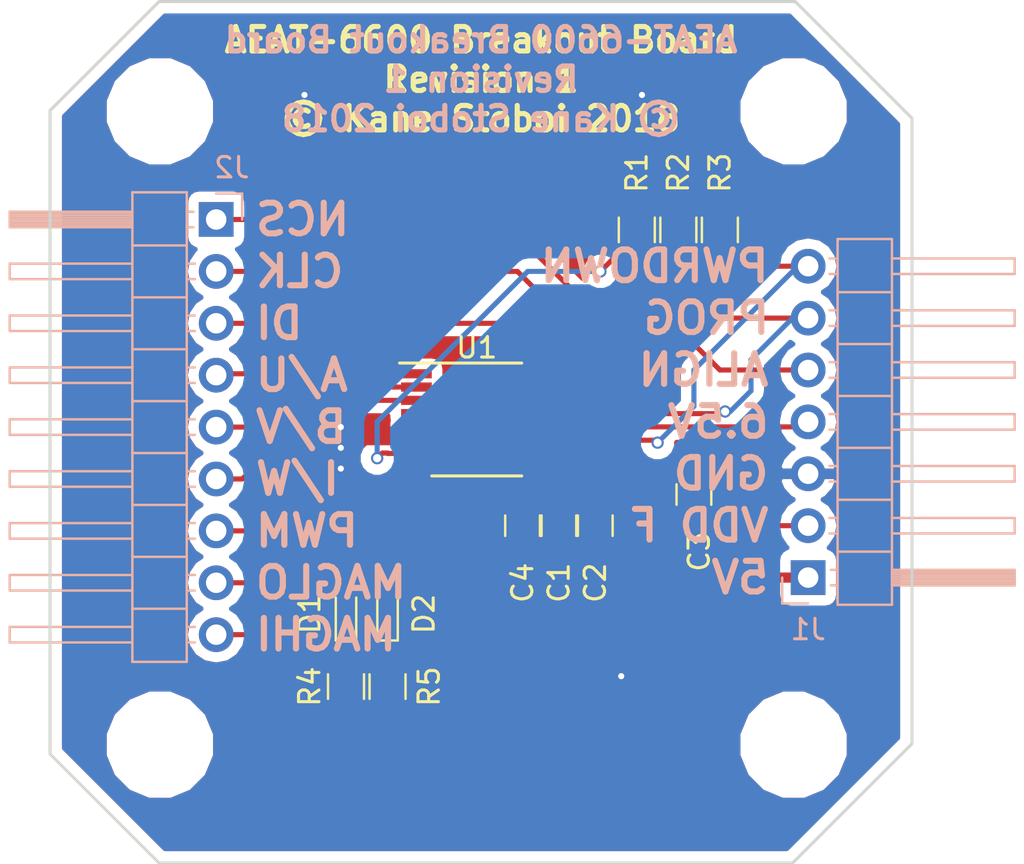
<source format=kicad_pcb>
(kicad_pcb (version 4) (host pcbnew 4.0.7)

  (general
    (links 42)
    (no_connects 0)
    (area 117.594999 95.174999 167.901001 137.489001)
    (thickness 1.6)
    (drawings 28)
    (tracks 113)
    (zones 0)
    (modules 26)
    (nets 19)
  )

  (page A4)
  (title_block
    (title "AS5600 Breakout Board")
    (date 2018-08-18)
    (rev 1)
    (company "Kane Stoboi")
  )

  (layers
    (0 F.Cu signal)
    (31 B.Cu signal)
    (32 B.Adhes user)
    (33 F.Adhes user)
    (34 B.Paste user)
    (35 F.Paste user)
    (36 B.SilkS user hide)
    (37 F.SilkS user hide)
    (38 B.Mask user)
    (39 F.Mask user)
    (40 Dwgs.User user)
    (41 Cmts.User user)
    (42 Eco1.User user)
    (43 Eco2.User user)
    (44 Edge.Cuts user)
    (45 Margin user)
    (46 B.CrtYd user)
    (47 F.CrtYd user)
    (48 B.Fab user)
    (49 F.Fab user)
  )

  (setup
    (last_trace_width 0.25)
    (user_trace_width 0.5)
    (trace_clearance 0.1)
    (zone_clearance 0.508)
    (zone_45_only no)
    (trace_min 0.2)
    (segment_width 0.2)
    (edge_width 0.15)
    (via_size 0.6)
    (via_drill 0.4)
    (via_min_size 0.4)
    (via_min_drill 0.3)
    (uvia_size 0.3)
    (uvia_drill 0.1)
    (uvias_allowed no)
    (uvia_min_size 0.2)
    (uvia_min_drill 0.1)
    (pcb_text_width 0.3)
    (pcb_text_size 1.5 1.5)
    (mod_edge_width 0.15)
    (mod_text_size 1 1)
    (mod_text_width 0.15)
    (pad_size 0.6 0.6)
    (pad_drill 0.3)
    (pad_to_mask_clearance 0.2)
    (aux_axis_origin 0 0)
    (visible_elements 7FFEFF7F)
    (pcbplotparams
      (layerselection 0x010f0_80000001)
      (usegerberextensions true)
      (excludeedgelayer true)
      (linewidth 0.100000)
      (plotframeref false)
      (viasonmask false)
      (mode 1)
      (useauxorigin false)
      (hpglpennumber 1)
      (hpglpenspeed 20)
      (hpglpendiameter 15)
      (hpglpenoverlay 2)
      (psnegative false)
      (psa4output false)
      (plotreference true)
      (plotvalue false)
      (plotinvisibletext false)
      (padsonsilk false)
      (subtractmaskfromsilk false)
      (outputformat 1)
      (mirror false)
      (drillshape 0)
      (scaleselection 1)
      (outputdirectory GERBERS/))
  )

  (net 0 "")
  (net 1 GND)
  (net 2 5V)
  (net 3 VDD_F)
  (net 4 6.5V)
  (net 5 ALIGN)
  (net 6 PROG)
  (net 7 PWRDOWN)
  (net 8 NCS)
  (net 9 CLK)
  (net 10 DO/DI)
  (net 11 A/U)
  (net 12 B/V)
  (net 13 I/W)
  (net 14 PWM)
  (net 15 MAGHI)
  (net 16 MAGLO)
  (net 17 "Net-(D1-Pad1)")
  (net 18 "Net-(D2-Pad1)")

  (net_class Default "This is the default net class."
    (clearance 0.1)
    (trace_width 0.25)
    (via_dia 0.6)
    (via_drill 0.4)
    (uvia_dia 0.3)
    (uvia_drill 0.1)
    (add_net 5V)
    (add_net 6.5V)
    (add_net A/U)
    (add_net ALIGN)
    (add_net B/V)
    (add_net CLK)
    (add_net DO/DI)
    (add_net GND)
    (add_net I/W)
    (add_net MAGHI)
    (add_net MAGLO)
    (add_net NCS)
    (add_net "Net-(D1-Pad1)")
    (add_net "Net-(D2-Pad1)")
    (add_net PROG)
    (add_net PWM)
    (add_net PWRDOWN)
    (add_net VDD_F)
  )

  (net_class POWER ""
    (clearance 0.1)
    (trace_width 0.5)
    (via_dia 0.6)
    (via_drill 0.4)
    (uvia_dia 0.3)
    (uvia_drill 0.1)
  )

  (module Mounting_Holes:MountingHole_3.2mm_M3 (layer F.Cu) (tedit 5B78AA8F) (tstamp 5B778D59)
    (at 125.515 100.623)
    (descr "Mounting Hole 3.2mm, no annular, M3")
    (tags "mounting hole 3.2mm no annular m3")
    (clearance 1)
    (attr virtual)
    (fp_text reference "" (at 0 -4.2) (layer F.SilkS)
      (effects (font (size 1 1) (thickness 0.15)))
    )
    (fp_text value "" (at 0 4.2) (layer F.Fab)
      (effects (font (size 1 1) (thickness 0.15)))
    )
    (fp_text user %R (at 0.3 0) (layer F.Fab)
      (effects (font (size 1 1) (thickness 0.15)))
    )
    (fp_circle (center 0 0) (end 3.2 0) (layer Cmts.User) (width 0.15))
    (fp_circle (center 0 0) (end 3.45 0) (layer F.CrtYd) (width 0.05))
    (pad 1 np_thru_hole circle (at 0 0) (size 3.2 3.2) (drill 3.2) (layers *.Cu *.Mask))
  )

  (module VIAs:VIA-0.6mm (layer F.Cu) (tedit 5B77D4F9) (tstamp 5B77D797)
    (at 148.082 128.27)
    (fp_text reference REF** (at 0 1.397) (layer F.SilkS) hide
      (effects (font (size 1 1) (thickness 0.15)))
    )
    (fp_text value VIA-0.6mm (at 0 -1.524) (layer F.Fab) hide
      (effects (font (size 1 1) (thickness 0.15)))
    )
    (pad 1 thru_hole circle (at 0 0) (size 0.6 0.6) (drill 0.3) (layers *.Cu)
      (net 1 GND) (zone_connect 2))
  )

  (module VIAs:VIA-0.6mm (layer F.Cu) (tedit 5B77F29D) (tstamp 5B77D789)
    (at 152.908 117.856)
    (fp_text reference REF** (at 0 1.397) (layer F.SilkS) hide
      (effects (font (size 1 1) (thickness 0.15)))
    )
    (fp_text value VIA-0.6mm (at 0 -1.524) (layer F.Fab) hide
      (effects (font (size 1 1) (thickness 0.15)))
    )
  )

  (module VIAs:VIA-0.6mm (layer F.Cu) (tedit 5B77F295) (tstamp 5B77D783)
    (at 154.432 118.618)
    (fp_text reference REF** (at 0 1.397) (layer F.SilkS) hide
      (effects (font (size 1 1) (thickness 0.15)))
    )
    (fp_text value VIA-0.6mm (at 0 -1.524) (layer F.Fab) hide
      (effects (font (size 1 1) (thickness 0.15)))
    )
  )

  (module VIAs:VIA-0.6mm (layer F.Cu) (tedit 5B77D4F9) (tstamp 5B77D770)
    (at 149.098 99.822)
    (fp_text reference REF** (at 0 1.397) (layer F.SilkS) hide
      (effects (font (size 1 1) (thickness 0.15)))
    )
    (fp_text value VIA-0.6mm (at 0 -1.524) (layer F.Fab) hide
      (effects (font (size 1 1) (thickness 0.15)))
    )
    (pad 1 thru_hole circle (at 0 0) (size 0.6 0.6) (drill 0.3) (layers *.Cu)
      (net 1 GND) (zone_connect 2))
  )

  (module VIAs:VIA-0.6mm (layer F.Cu) (tedit 5B77D4F9) (tstamp 5B77D759)
    (at 132.588 99.822)
    (fp_text reference REF** (at 0 1.397) (layer F.SilkS) hide
      (effects (font (size 1 1) (thickness 0.15)))
    )
    (fp_text value VIA-0.6mm (at 0 -1.524) (layer F.Fab) hide
      (effects (font (size 1 1) (thickness 0.15)))
    )
    (pad 1 thru_hole circle (at 0 0) (size 0.6 0.6) (drill 0.3) (layers *.Cu)
      (net 1 GND) (zone_connect 2))
  )

  (module VIAs:VIA-0.6mm (layer F.Cu) (tedit 5B77D4F9) (tstamp 5B77D6C3)
    (at 134.366 118.11)
    (fp_text reference REF** (at 0 1.397) (layer F.SilkS) hide
      (effects (font (size 1 1) (thickness 0.15)))
    )
    (fp_text value VIA-0.6mm (at 0 -1.524) (layer F.Fab) hide
      (effects (font (size 1 1) (thickness 0.15)))
    )
    (pad 1 thru_hole circle (at 0 0) (size 0.6 0.6) (drill 0.3) (layers *.Cu)
      (net 1 GND) (zone_connect 2))
  )

  (module VIAs:VIA-0.6mm (layer F.Cu) (tedit 5B77D4F9) (tstamp 5B77D6BB)
    (at 134.366 117.094)
    (fp_text reference REF** (at 0 1.397) (layer F.SilkS) hide
      (effects (font (size 1 1) (thickness 0.15)))
    )
    (fp_text value VIA-0.6mm (at 0 -1.524) (layer F.Fab) hide
      (effects (font (size 1 1) (thickness 0.15)))
    )
    (pad 1 thru_hole circle (at 0 0) (size 0.6 0.6) (drill 0.3) (layers *.Cu)
      (net 1 GND) (zone_connect 2))
  )

  (module Housings_SSOP:TSSOP-16_4.4x5mm_Pitch0.65mm (layer F.Cu) (tedit 54130A77) (tstamp 5B77C46A)
    (at 141.015 115.744)
    (descr "16-Lead Plastic Thin Shrink Small Outline (ST)-4.4 mm Body [TSSOP] (see Microchip Packaging Specification 00000049BS.pdf)")
    (tags "SSOP 0.65")
    (path /5B77B45A)
    (attr smd)
    (fp_text reference U1 (at 0 -3.55) (layer F.SilkS)
      (effects (font (size 1 1) (thickness 0.15)))
    )
    (fp_text value AEAT-6600-T16 (at 0 3.55) (layer F.Fab)
      (effects (font (size 1 1) (thickness 0.15)))
    )
    (fp_line (start -1.2 -2.5) (end 2.2 -2.5) (layer F.Fab) (width 0.15))
    (fp_line (start 2.2 -2.5) (end 2.2 2.5) (layer F.Fab) (width 0.15))
    (fp_line (start 2.2 2.5) (end -2.2 2.5) (layer F.Fab) (width 0.15))
    (fp_line (start -2.2 2.5) (end -2.2 -1.5) (layer F.Fab) (width 0.15))
    (fp_line (start -2.2 -1.5) (end -1.2 -2.5) (layer F.Fab) (width 0.15))
    (fp_line (start -3.95 -2.9) (end -3.95 2.8) (layer F.CrtYd) (width 0.05))
    (fp_line (start 3.95 -2.9) (end 3.95 2.8) (layer F.CrtYd) (width 0.05))
    (fp_line (start -3.95 -2.9) (end 3.95 -2.9) (layer F.CrtYd) (width 0.05))
    (fp_line (start -3.95 2.8) (end 3.95 2.8) (layer F.CrtYd) (width 0.05))
    (fp_line (start -2.2 2.725) (end 2.2 2.725) (layer F.SilkS) (width 0.15))
    (fp_line (start -3.775 -2.8) (end 2.2 -2.8) (layer F.SilkS) (width 0.15))
    (fp_text user %R (at 0 0) (layer F.Fab)
      (effects (font (size 0.8 0.8) (thickness 0.15)))
    )
    (pad 1 smd rect (at -2.95 -2.275) (size 1.5 0.45) (layers F.Cu F.Paste F.Mask)
      (net 11 A/U))
    (pad 2 smd rect (at -2.95 -1.625) (size 1.5 0.45) (layers F.Cu F.Paste F.Mask)
      (net 12 B/V))
    (pad 3 smd rect (at -2.95 -0.975) (size 1.5 0.45) (layers F.Cu F.Paste F.Mask)
      (net 13 I/W))
    (pad 4 smd rect (at -2.95 -0.325) (size 1.5 0.45) (layers F.Cu F.Paste F.Mask)
      (net 15 MAGHI))
    (pad 5 smd rect (at -2.95 0.325) (size 1.5 0.45) (layers F.Cu F.Paste F.Mask)
      (net 16 MAGLO))
    (pad 6 smd rect (at -2.95 0.975) (size 1.5 0.45) (layers F.Cu F.Paste F.Mask)
      (net 1 GND))
    (pad 7 smd rect (at -2.95 1.625) (size 1.5 0.45) (layers F.Cu F.Paste F.Mask)
      (net 5 ALIGN))
    (pad 8 smd rect (at -2.95 2.275) (size 1.5 0.45) (layers F.Cu F.Paste F.Mask)
      (net 14 PWM))
    (pad 9 smd rect (at 2.95 2.275) (size 1.5 0.45) (layers F.Cu F.Paste F.Mask)
      (net 2 5V))
    (pad 10 smd rect (at 2.95 1.625) (size 1.5 0.45) (layers F.Cu F.Paste F.Mask)
      (net 3 VDD_F))
    (pad 11 smd rect (at 2.95 0.975) (size 1.5 0.45) (layers F.Cu F.Paste F.Mask)
      (net 7 PWRDOWN))
    (pad 12 smd rect (at 2.95 0.325) (size 1.5 0.45) (layers F.Cu F.Paste F.Mask)
      (net 4 6.5V))
    (pad 13 smd rect (at 2.95 -0.325) (size 1.5 0.45) (layers F.Cu F.Paste F.Mask)
      (net 6 PROG))
    (pad 14 smd rect (at 2.95 -0.975) (size 1.5 0.45) (layers F.Cu F.Paste F.Mask)
      (net 8 NCS))
    (pad 15 smd rect (at 2.95 -1.625) (size 1.5 0.45) (layers F.Cu F.Paste F.Mask)
      (net 9 CLK))
    (pad 16 smd rect (at 2.95 -2.275) (size 1.5 0.45) (layers F.Cu F.Paste F.Mask)
      (net 10 DO/DI))
    (model ${KISYS3DMOD}/Housings_SSOP.3dshapes/TSSOP-16_4.4x5mm_Pitch0.65mm.wrl
      (at (xyz 0 0 0))
      (scale (xyz 1 1 1))
      (rotate (xyz 0 0 0))
    )
  )

  (module Mounting_Holes:MountingHole_3.2mm_M3 (layer F.Cu) (tedit 5B78AA95) (tstamp 5B7790A2)
    (at 156.515 100.623)
    (descr "Mounting Hole 3.2mm, no annular, M3")
    (tags "mounting hole 3.2mm no annular m3")
    (clearance 1)
    (attr virtual)
    (fp_text reference "" (at 0 -4.2) (layer F.SilkS)
      (effects (font (size 1 1) (thickness 0.15)))
    )
    (fp_text value "" (at 0 4.2) (layer F.Fab)
      (effects (font (size 1 1) (thickness 0.15)))
    )
    (fp_text user %R (at 0.3 0) (layer F.Fab)
      (effects (font (size 1 1) (thickness 0.15)))
    )
    (fp_circle (center 0 0) (end 3.2 0) (layer Cmts.User) (width 0.15))
    (fp_circle (center 0 0) (end 3.45 0) (layer F.CrtYd) (width 0.05))
    (pad 1 np_thru_hole circle (at 0 0) (size 3.2 3.2) (drill 3.2) (layers *.Cu *.Mask))
  )

  (module Mounting_Holes:MountingHole_3.2mm_M3 (layer F.Cu) (tedit 5B78AA9D) (tstamp 5B77915B)
    (at 125.515 131.623)
    (descr "Mounting Hole 3.2mm, no annular, M3")
    (tags "mounting hole 3.2mm no annular m3")
    (clearance 1)
    (attr virtual)
    (fp_text reference "" (at 0 -4.2) (layer F.SilkS)
      (effects (font (size 1 1) (thickness 0.15)))
    )
    (fp_text value "" (at 0 4.2) (layer F.Fab)
      (effects (font (size 1 1) (thickness 0.15)))
    )
    (fp_text user %R (at 0.3 0) (layer F.Fab)
      (effects (font (size 1 1) (thickness 0.15)))
    )
    (fp_circle (center 0 0) (end 3.2 0) (layer Cmts.User) (width 0.15))
    (fp_circle (center 0 0) (end 3.45 0) (layer F.CrtYd) (width 0.05))
    (pad 1 np_thru_hole circle (at 0 0) (size 3.2 3.2) (drill 3.2) (layers *.Cu *.Mask))
  )

  (module Mounting_Holes:MountingHole_3.2mm_M3 (layer F.Cu) (tedit 5B78AAA2) (tstamp 5B779175)
    (at 156.515 131.623)
    (descr "Mounting Hole 3.2mm, no annular, M3")
    (tags "mounting hole 3.2mm no annular m3")
    (clearance 1)
    (attr virtual)
    (fp_text reference "" (at 0 -4.2) (layer F.SilkS)
      (effects (font (size 1 1) (thickness 0.15)))
    )
    (fp_text value "" (at 0 4.2) (layer F.Fab)
      (effects (font (size 1 1) (thickness 0.15)))
    )
    (fp_text user %R (at 0.3 0) (layer F.Fab)
      (effects (font (size 1 1) (thickness 0.15)))
    )
    (fp_circle (center 0 0) (end 3.2 0) (layer Cmts.User) (width 0.15))
    (fp_circle (center 0 0) (end 3.45 0) (layer F.CrtYd) (width 0.05))
    (pad 1 np_thru_hole circle (at 0 0) (size 3.2 3.2) (drill 3.2) (layers *.Cu *.Mask))
  )

  (module Capacitors_SMD:C_0805 (layer F.Cu) (tedit 5B77D71C) (tstamp 5B77C2E2)
    (at 145.034 120.904 270)
    (descr "Capacitor SMD 0805, reflow soldering, AVX (see smccp.pdf)")
    (tags "capacitor 0805")
    (path /5B77BA74)
    (attr smd)
    (fp_text reference C1 (at 2.794 0 270) (layer F.SilkS)
      (effects (font (size 1 1) (thickness 0.15)))
    )
    (fp_text value 10uF (at 0 1.75 270) (layer F.Fab)
      (effects (font (size 1 1) (thickness 0.15)))
    )
    (fp_text user %R (at 0 0 270) (layer F.Fab)
      (effects (font (size 1 1) (thickness 0.15)))
    )
    (fp_line (start -1 0.62) (end -1 -0.62) (layer F.Fab) (width 0.1))
    (fp_line (start 1 0.62) (end -1 0.62) (layer F.Fab) (width 0.1))
    (fp_line (start 1 -0.62) (end 1 0.62) (layer F.Fab) (width 0.1))
    (fp_line (start -1 -0.62) (end 1 -0.62) (layer F.Fab) (width 0.1))
    (fp_line (start 0.5 -0.85) (end -0.5 -0.85) (layer F.SilkS) (width 0.12))
    (fp_line (start -0.5 0.85) (end 0.5 0.85) (layer F.SilkS) (width 0.12))
    (fp_line (start -1.75 -0.88) (end 1.75 -0.88) (layer F.CrtYd) (width 0.05))
    (fp_line (start -1.75 -0.88) (end -1.75 0.87) (layer F.CrtYd) (width 0.05))
    (fp_line (start 1.75 0.87) (end 1.75 -0.88) (layer F.CrtYd) (width 0.05))
    (fp_line (start 1.75 0.87) (end -1.75 0.87) (layer F.CrtYd) (width 0.05))
    (pad 1 smd rect (at -1 0 270) (size 1 1.25) (layers F.Cu F.Paste F.Mask)
      (net 2 5V))
    (pad 2 smd rect (at 1 0 270) (size 1 1.25) (layers F.Cu F.Paste F.Mask)
      (net 1 GND))
    (model Capacitors_SMD.3dshapes/C_0805.wrl
      (at (xyz 0 0 0))
      (scale (xyz 1 1 1))
      (rotate (xyz 0 0 0))
    )
  )

  (module Capacitors_SMD:C_0805 (layer F.Cu) (tedit 5B77D6FC) (tstamp 5B77C2F3)
    (at 146.812 120.904 270)
    (descr "Capacitor SMD 0805, reflow soldering, AVX (see smccp.pdf)")
    (tags "capacitor 0805")
    (path /5B77B526)
    (attr smd)
    (fp_text reference C2 (at 2.794 0 270) (layer F.SilkS)
      (effects (font (size 1 1) (thickness 0.15)))
    )
    (fp_text value 100nF (at 0 1.75 270) (layer F.Fab)
      (effects (font (size 1 1) (thickness 0.15)))
    )
    (fp_text user %R (at 0 0 270) (layer F.Fab)
      (effects (font (size 1 1) (thickness 0.15)))
    )
    (fp_line (start -1 0.62) (end -1 -0.62) (layer F.Fab) (width 0.1))
    (fp_line (start 1 0.62) (end -1 0.62) (layer F.Fab) (width 0.1))
    (fp_line (start 1 -0.62) (end 1 0.62) (layer F.Fab) (width 0.1))
    (fp_line (start -1 -0.62) (end 1 -0.62) (layer F.Fab) (width 0.1))
    (fp_line (start 0.5 -0.85) (end -0.5 -0.85) (layer F.SilkS) (width 0.12))
    (fp_line (start -0.5 0.85) (end 0.5 0.85) (layer F.SilkS) (width 0.12))
    (fp_line (start -1.75 -0.88) (end 1.75 -0.88) (layer F.CrtYd) (width 0.05))
    (fp_line (start -1.75 -0.88) (end -1.75 0.87) (layer F.CrtYd) (width 0.05))
    (fp_line (start 1.75 0.87) (end 1.75 -0.88) (layer F.CrtYd) (width 0.05))
    (fp_line (start 1.75 0.87) (end -1.75 0.87) (layer F.CrtYd) (width 0.05))
    (pad 1 smd rect (at -1 0 270) (size 1 1.25) (layers F.Cu F.Paste F.Mask)
      (net 2 5V))
    (pad 2 smd rect (at 1 0 270) (size 1 1.25) (layers F.Cu F.Paste F.Mask)
      (net 1 GND))
    (model Capacitors_SMD.3dshapes/C_0805.wrl
      (at (xyz 0 0 0))
      (scale (xyz 1 1 1))
      (rotate (xyz 0 0 0))
    )
  )

  (module Capacitors_SMD:C_0805 (layer F.Cu) (tedit 5B77D6F4) (tstamp 5B77C304)
    (at 151.638 119.38 270)
    (descr "Capacitor SMD 0805, reflow soldering, AVX (see smccp.pdf)")
    (tags "capacitor 0805")
    (path /5B77B5B6)
    (attr smd)
    (fp_text reference C3 (at 2.794 -0.254 270) (layer F.SilkS)
      (effects (font (size 1 1) (thickness 0.15)))
    )
    (fp_text value 100nF (at 0 1.75 270) (layer F.Fab)
      (effects (font (size 1 1) (thickness 0.15)))
    )
    (fp_text user %R (at 0 0 270) (layer F.Fab)
      (effects (font (size 1 1) (thickness 0.15)))
    )
    (fp_line (start -1 0.62) (end -1 -0.62) (layer F.Fab) (width 0.1))
    (fp_line (start 1 0.62) (end -1 0.62) (layer F.Fab) (width 0.1))
    (fp_line (start 1 -0.62) (end 1 0.62) (layer F.Fab) (width 0.1))
    (fp_line (start -1 -0.62) (end 1 -0.62) (layer F.Fab) (width 0.1))
    (fp_line (start 0.5 -0.85) (end -0.5 -0.85) (layer F.SilkS) (width 0.12))
    (fp_line (start -0.5 0.85) (end 0.5 0.85) (layer F.SilkS) (width 0.12))
    (fp_line (start -1.75 -0.88) (end 1.75 -0.88) (layer F.CrtYd) (width 0.05))
    (fp_line (start -1.75 -0.88) (end -1.75 0.87) (layer F.CrtYd) (width 0.05))
    (fp_line (start 1.75 0.87) (end 1.75 -0.88) (layer F.CrtYd) (width 0.05))
    (fp_line (start 1.75 0.87) (end -1.75 0.87) (layer F.CrtYd) (width 0.05))
    (pad 1 smd rect (at -1 0 270) (size 1 1.25) (layers F.Cu F.Paste F.Mask)
      (net 3 VDD_F))
    (pad 2 smd rect (at 1 0 270) (size 1 1.25) (layers F.Cu F.Paste F.Mask)
      (net 1 GND))
    (model Capacitors_SMD.3dshapes/C_0805.wrl
      (at (xyz 0 0 0))
      (scale (xyz 1 1 1))
      (rotate (xyz 0 0 0))
    )
  )

  (module Capacitors_SMD:C_0805 (layer F.Cu) (tedit 5B77D710) (tstamp 5B77C315)
    (at 143.256 120.904 90)
    (descr "Capacitor SMD 0805, reflow soldering, AVX (see smccp.pdf)")
    (tags "capacitor 0805")
    (path /5B77B78E)
    (attr smd)
    (fp_text reference C4 (at -2.794 0 90) (layer F.SilkS)
      (effects (font (size 1 1) (thickness 0.15)))
    )
    (fp_text value 100nF (at 0 1.75 90) (layer F.Fab)
      (effects (font (size 1 1) (thickness 0.15)))
    )
    (fp_text user %R (at 0 0 90) (layer F.Fab)
      (effects (font (size 1 1) (thickness 0.15)))
    )
    (fp_line (start -1 0.62) (end -1 -0.62) (layer F.Fab) (width 0.1))
    (fp_line (start 1 0.62) (end -1 0.62) (layer F.Fab) (width 0.1))
    (fp_line (start 1 -0.62) (end 1 0.62) (layer F.Fab) (width 0.1))
    (fp_line (start -1 -0.62) (end 1 -0.62) (layer F.Fab) (width 0.1))
    (fp_line (start 0.5 -0.85) (end -0.5 -0.85) (layer F.SilkS) (width 0.12))
    (fp_line (start -0.5 0.85) (end 0.5 0.85) (layer F.SilkS) (width 0.12))
    (fp_line (start -1.75 -0.88) (end 1.75 -0.88) (layer F.CrtYd) (width 0.05))
    (fp_line (start -1.75 -0.88) (end -1.75 0.87) (layer F.CrtYd) (width 0.05))
    (fp_line (start 1.75 0.87) (end 1.75 -0.88) (layer F.CrtYd) (width 0.05))
    (fp_line (start 1.75 0.87) (end -1.75 0.87) (layer F.CrtYd) (width 0.05))
    (pad 1 smd rect (at -1 0 90) (size 1 1.25) (layers F.Cu F.Paste F.Mask)
      (net 1 GND))
    (pad 2 smd rect (at 1 0 90) (size 1 1.25) (layers F.Cu F.Paste F.Mask)
      (net 4 6.5V))
    (model Capacitors_SMD.3dshapes/C_0805.wrl
      (at (xyz 0 0 0))
      (scale (xyz 1 1 1))
      (rotate (xyz 0 0 0))
    )
  )

  (module Pin_Headers:Pin_Header_Angled_1x07_Pitch2.54mm (layer B.Cu) (tedit 5B77D7D5) (tstamp 5B77C389)
    (at 157.226 123.444)
    (descr "Through hole angled pin header, 1x07, 2.54mm pitch, 6mm pin length, single row")
    (tags "Through hole angled pin header THT 1x07 2.54mm single row")
    (path /5B77C0E9)
    (fp_text reference J1 (at 0 2.54) (layer B.SilkS)
      (effects (font (size 1 1) (thickness 0.15)) (justify mirror))
    )
    (fp_text value Conn_01x07 (at 4.385 -17.51) (layer B.Fab)
      (effects (font (size 1 1) (thickness 0.15)) (justify mirror))
    )
    (fp_line (start 2.135 1.27) (end 4.04 1.27) (layer B.Fab) (width 0.1))
    (fp_line (start 4.04 1.27) (end 4.04 -16.51) (layer B.Fab) (width 0.1))
    (fp_line (start 4.04 -16.51) (end 1.5 -16.51) (layer B.Fab) (width 0.1))
    (fp_line (start 1.5 -16.51) (end 1.5 0.635) (layer B.Fab) (width 0.1))
    (fp_line (start 1.5 0.635) (end 2.135 1.27) (layer B.Fab) (width 0.1))
    (fp_line (start -0.32 0.32) (end 1.5 0.32) (layer B.Fab) (width 0.1))
    (fp_line (start -0.32 0.32) (end -0.32 -0.32) (layer B.Fab) (width 0.1))
    (fp_line (start -0.32 -0.32) (end 1.5 -0.32) (layer B.Fab) (width 0.1))
    (fp_line (start 4.04 0.32) (end 10.04 0.32) (layer B.Fab) (width 0.1))
    (fp_line (start 10.04 0.32) (end 10.04 -0.32) (layer B.Fab) (width 0.1))
    (fp_line (start 4.04 -0.32) (end 10.04 -0.32) (layer B.Fab) (width 0.1))
    (fp_line (start -0.32 -2.22) (end 1.5 -2.22) (layer B.Fab) (width 0.1))
    (fp_line (start -0.32 -2.22) (end -0.32 -2.86) (layer B.Fab) (width 0.1))
    (fp_line (start -0.32 -2.86) (end 1.5 -2.86) (layer B.Fab) (width 0.1))
    (fp_line (start 4.04 -2.22) (end 10.04 -2.22) (layer B.Fab) (width 0.1))
    (fp_line (start 10.04 -2.22) (end 10.04 -2.86) (layer B.Fab) (width 0.1))
    (fp_line (start 4.04 -2.86) (end 10.04 -2.86) (layer B.Fab) (width 0.1))
    (fp_line (start -0.32 -4.76) (end 1.5 -4.76) (layer B.Fab) (width 0.1))
    (fp_line (start -0.32 -4.76) (end -0.32 -5.4) (layer B.Fab) (width 0.1))
    (fp_line (start -0.32 -5.4) (end 1.5 -5.4) (layer B.Fab) (width 0.1))
    (fp_line (start 4.04 -4.76) (end 10.04 -4.76) (layer B.Fab) (width 0.1))
    (fp_line (start 10.04 -4.76) (end 10.04 -5.4) (layer B.Fab) (width 0.1))
    (fp_line (start 4.04 -5.4) (end 10.04 -5.4) (layer B.Fab) (width 0.1))
    (fp_line (start -0.32 -7.3) (end 1.5 -7.3) (layer B.Fab) (width 0.1))
    (fp_line (start -0.32 -7.3) (end -0.32 -7.94) (layer B.Fab) (width 0.1))
    (fp_line (start -0.32 -7.94) (end 1.5 -7.94) (layer B.Fab) (width 0.1))
    (fp_line (start 4.04 -7.3) (end 10.04 -7.3) (layer B.Fab) (width 0.1))
    (fp_line (start 10.04 -7.3) (end 10.04 -7.94) (layer B.Fab) (width 0.1))
    (fp_line (start 4.04 -7.94) (end 10.04 -7.94) (layer B.Fab) (width 0.1))
    (fp_line (start -0.32 -9.84) (end 1.5 -9.84) (layer B.Fab) (width 0.1))
    (fp_line (start -0.32 -9.84) (end -0.32 -10.48) (layer B.Fab) (width 0.1))
    (fp_line (start -0.32 -10.48) (end 1.5 -10.48) (layer B.Fab) (width 0.1))
    (fp_line (start 4.04 -9.84) (end 10.04 -9.84) (layer B.Fab) (width 0.1))
    (fp_line (start 10.04 -9.84) (end 10.04 -10.48) (layer B.Fab) (width 0.1))
    (fp_line (start 4.04 -10.48) (end 10.04 -10.48) (layer B.Fab) (width 0.1))
    (fp_line (start -0.32 -12.38) (end 1.5 -12.38) (layer B.Fab) (width 0.1))
    (fp_line (start -0.32 -12.38) (end -0.32 -13.02) (layer B.Fab) (width 0.1))
    (fp_line (start -0.32 -13.02) (end 1.5 -13.02) (layer B.Fab) (width 0.1))
    (fp_line (start 4.04 -12.38) (end 10.04 -12.38) (layer B.Fab) (width 0.1))
    (fp_line (start 10.04 -12.38) (end 10.04 -13.02) (layer B.Fab) (width 0.1))
    (fp_line (start 4.04 -13.02) (end 10.04 -13.02) (layer B.Fab) (width 0.1))
    (fp_line (start -0.32 -14.92) (end 1.5 -14.92) (layer B.Fab) (width 0.1))
    (fp_line (start -0.32 -14.92) (end -0.32 -15.56) (layer B.Fab) (width 0.1))
    (fp_line (start -0.32 -15.56) (end 1.5 -15.56) (layer B.Fab) (width 0.1))
    (fp_line (start 4.04 -14.92) (end 10.04 -14.92) (layer B.Fab) (width 0.1))
    (fp_line (start 10.04 -14.92) (end 10.04 -15.56) (layer B.Fab) (width 0.1))
    (fp_line (start 4.04 -15.56) (end 10.04 -15.56) (layer B.Fab) (width 0.1))
    (fp_line (start 1.44 1.33) (end 1.44 -16.57) (layer B.SilkS) (width 0.12))
    (fp_line (start 1.44 -16.57) (end 4.1 -16.57) (layer B.SilkS) (width 0.12))
    (fp_line (start 4.1 -16.57) (end 4.1 1.33) (layer B.SilkS) (width 0.12))
    (fp_line (start 4.1 1.33) (end 1.44 1.33) (layer B.SilkS) (width 0.12))
    (fp_line (start 4.1 0.38) (end 10.1 0.38) (layer B.SilkS) (width 0.12))
    (fp_line (start 10.1 0.38) (end 10.1 -0.38) (layer B.SilkS) (width 0.12))
    (fp_line (start 10.1 -0.38) (end 4.1 -0.38) (layer B.SilkS) (width 0.12))
    (fp_line (start 4.1 0.32) (end 10.1 0.32) (layer B.SilkS) (width 0.12))
    (fp_line (start 4.1 0.2) (end 10.1 0.2) (layer B.SilkS) (width 0.12))
    (fp_line (start 4.1 0.08) (end 10.1 0.08) (layer B.SilkS) (width 0.12))
    (fp_line (start 4.1 -0.04) (end 10.1 -0.04) (layer B.SilkS) (width 0.12))
    (fp_line (start 4.1 -0.16) (end 10.1 -0.16) (layer B.SilkS) (width 0.12))
    (fp_line (start 4.1 -0.28) (end 10.1 -0.28) (layer B.SilkS) (width 0.12))
    (fp_line (start 1.11 0.38) (end 1.44 0.38) (layer B.SilkS) (width 0.12))
    (fp_line (start 1.11 -0.38) (end 1.44 -0.38) (layer B.SilkS) (width 0.12))
    (fp_line (start 1.44 -1.27) (end 4.1 -1.27) (layer B.SilkS) (width 0.12))
    (fp_line (start 4.1 -2.16) (end 10.1 -2.16) (layer B.SilkS) (width 0.12))
    (fp_line (start 10.1 -2.16) (end 10.1 -2.92) (layer B.SilkS) (width 0.12))
    (fp_line (start 10.1 -2.92) (end 4.1 -2.92) (layer B.SilkS) (width 0.12))
    (fp_line (start 1.042929 -2.16) (end 1.44 -2.16) (layer B.SilkS) (width 0.12))
    (fp_line (start 1.042929 -2.92) (end 1.44 -2.92) (layer B.SilkS) (width 0.12))
    (fp_line (start 1.44 -3.81) (end 4.1 -3.81) (layer B.SilkS) (width 0.12))
    (fp_line (start 4.1 -4.7) (end 10.1 -4.7) (layer B.SilkS) (width 0.12))
    (fp_line (start 10.1 -4.7) (end 10.1 -5.46) (layer B.SilkS) (width 0.12))
    (fp_line (start 10.1 -5.46) (end 4.1 -5.46) (layer B.SilkS) (width 0.12))
    (fp_line (start 1.042929 -4.7) (end 1.44 -4.7) (layer B.SilkS) (width 0.12))
    (fp_line (start 1.042929 -5.46) (end 1.44 -5.46) (layer B.SilkS) (width 0.12))
    (fp_line (start 1.44 -6.35) (end 4.1 -6.35) (layer B.SilkS) (width 0.12))
    (fp_line (start 4.1 -7.24) (end 10.1 -7.24) (layer B.SilkS) (width 0.12))
    (fp_line (start 10.1 -7.24) (end 10.1 -8) (layer B.SilkS) (width 0.12))
    (fp_line (start 10.1 -8) (end 4.1 -8) (layer B.SilkS) (width 0.12))
    (fp_line (start 1.042929 -7.24) (end 1.44 -7.24) (layer B.SilkS) (width 0.12))
    (fp_line (start 1.042929 -8) (end 1.44 -8) (layer B.SilkS) (width 0.12))
    (fp_line (start 1.44 -8.89) (end 4.1 -8.89) (layer B.SilkS) (width 0.12))
    (fp_line (start 4.1 -9.78) (end 10.1 -9.78) (layer B.SilkS) (width 0.12))
    (fp_line (start 10.1 -9.78) (end 10.1 -10.54) (layer B.SilkS) (width 0.12))
    (fp_line (start 10.1 -10.54) (end 4.1 -10.54) (layer B.SilkS) (width 0.12))
    (fp_line (start 1.042929 -9.78) (end 1.44 -9.78) (layer B.SilkS) (width 0.12))
    (fp_line (start 1.042929 -10.54) (end 1.44 -10.54) (layer B.SilkS) (width 0.12))
    (fp_line (start 1.44 -11.43) (end 4.1 -11.43) (layer B.SilkS) (width 0.12))
    (fp_line (start 4.1 -12.32) (end 10.1 -12.32) (layer B.SilkS) (width 0.12))
    (fp_line (start 10.1 -12.32) (end 10.1 -13.08) (layer B.SilkS) (width 0.12))
    (fp_line (start 10.1 -13.08) (end 4.1 -13.08) (layer B.SilkS) (width 0.12))
    (fp_line (start 1.042929 -12.32) (end 1.44 -12.32) (layer B.SilkS) (width 0.12))
    (fp_line (start 1.042929 -13.08) (end 1.44 -13.08) (layer B.SilkS) (width 0.12))
    (fp_line (start 1.44 -13.97) (end 4.1 -13.97) (layer B.SilkS) (width 0.12))
    (fp_line (start 4.1 -14.86) (end 10.1 -14.86) (layer B.SilkS) (width 0.12))
    (fp_line (start 10.1 -14.86) (end 10.1 -15.62) (layer B.SilkS) (width 0.12))
    (fp_line (start 10.1 -15.62) (end 4.1 -15.62) (layer B.SilkS) (width 0.12))
    (fp_line (start 1.042929 -14.86) (end 1.44 -14.86) (layer B.SilkS) (width 0.12))
    (fp_line (start 1.042929 -15.62) (end 1.44 -15.62) (layer B.SilkS) (width 0.12))
    (fp_line (start -1.27 0) (end -1.27 1.27) (layer B.SilkS) (width 0.12))
    (fp_line (start -1.27 1.27) (end 0 1.27) (layer B.SilkS) (width 0.12))
    (fp_line (start -1.8 1.8) (end -1.8 -17.05) (layer B.CrtYd) (width 0.05))
    (fp_line (start -1.8 -17.05) (end 10.55 -17.05) (layer B.CrtYd) (width 0.05))
    (fp_line (start 10.55 -17.05) (end 10.55 1.8) (layer B.CrtYd) (width 0.05))
    (fp_line (start 10.55 1.8) (end -1.8 1.8) (layer B.CrtYd) (width 0.05))
    (fp_text user %R (at 2.77 -7.62 270) (layer B.Fab)
      (effects (font (size 1 1) (thickness 0.15)) (justify mirror))
    )
    (pad 1 thru_hole rect (at 0 0) (size 1.7 1.7) (drill 1) (layers *.Cu *.Mask)
      (net 2 5V))
    (pad 2 thru_hole oval (at 0 -2.54) (size 1.7 1.7) (drill 1) (layers *.Cu *.Mask)
      (net 3 VDD_F))
    (pad 3 thru_hole oval (at 0 -5.08) (size 1.7 1.7) (drill 1) (layers *.Cu *.Mask)
      (net 1 GND))
    (pad 4 thru_hole oval (at 0 -7.62) (size 1.7 1.7) (drill 1) (layers *.Cu *.Mask)
      (net 4 6.5V))
    (pad 5 thru_hole oval (at 0 -10.16) (size 1.7 1.7) (drill 1) (layers *.Cu *.Mask)
      (net 5 ALIGN))
    (pad 6 thru_hole oval (at 0 -12.7) (size 1.7 1.7) (drill 1) (layers *.Cu *.Mask)
      (net 6 PROG))
    (pad 7 thru_hole oval (at 0 -15.24) (size 1.7 1.7) (drill 1) (layers *.Cu *.Mask)
      (net 7 PWRDOWN))
    (model ${KISYS3DMOD}/Pin_Headers.3dshapes/Pin_Header_Angled_1x07_Pitch2.54mm.wrl
      (at (xyz 0 0 0))
      (scale (xyz 1 1 1))
      (rotate (xyz 0 0 0))
    )
  )

  (module Pin_Headers:Pin_Header_Angled_1x09_Pitch2.54mm (layer B.Cu) (tedit 5B77D7E6) (tstamp 5B77C417)
    (at 128.27 105.918 180)
    (descr "Through hole angled pin header, 1x09, 2.54mm pitch, 6mm pin length, single row")
    (tags "Through hole angled pin header THT 1x09 2.54mm single row")
    (path /5B77C16A)
    (fp_text reference J2 (at -0.762 2.54 180) (layer B.SilkS)
      (effects (font (size 1 1) (thickness 0.15)) (justify mirror))
    )
    (fp_text value Conn_01x09 (at 4.385 -22.59 180) (layer B.Fab)
      (effects (font (size 1 1) (thickness 0.15)) (justify mirror))
    )
    (fp_line (start 2.135 1.27) (end 4.04 1.27) (layer B.Fab) (width 0.1))
    (fp_line (start 4.04 1.27) (end 4.04 -21.59) (layer B.Fab) (width 0.1))
    (fp_line (start 4.04 -21.59) (end 1.5 -21.59) (layer B.Fab) (width 0.1))
    (fp_line (start 1.5 -21.59) (end 1.5 0.635) (layer B.Fab) (width 0.1))
    (fp_line (start 1.5 0.635) (end 2.135 1.27) (layer B.Fab) (width 0.1))
    (fp_line (start -0.32 0.32) (end 1.5 0.32) (layer B.Fab) (width 0.1))
    (fp_line (start -0.32 0.32) (end -0.32 -0.32) (layer B.Fab) (width 0.1))
    (fp_line (start -0.32 -0.32) (end 1.5 -0.32) (layer B.Fab) (width 0.1))
    (fp_line (start 4.04 0.32) (end 10.04 0.32) (layer B.Fab) (width 0.1))
    (fp_line (start 10.04 0.32) (end 10.04 -0.32) (layer B.Fab) (width 0.1))
    (fp_line (start 4.04 -0.32) (end 10.04 -0.32) (layer B.Fab) (width 0.1))
    (fp_line (start -0.32 -2.22) (end 1.5 -2.22) (layer B.Fab) (width 0.1))
    (fp_line (start -0.32 -2.22) (end -0.32 -2.86) (layer B.Fab) (width 0.1))
    (fp_line (start -0.32 -2.86) (end 1.5 -2.86) (layer B.Fab) (width 0.1))
    (fp_line (start 4.04 -2.22) (end 10.04 -2.22) (layer B.Fab) (width 0.1))
    (fp_line (start 10.04 -2.22) (end 10.04 -2.86) (layer B.Fab) (width 0.1))
    (fp_line (start 4.04 -2.86) (end 10.04 -2.86) (layer B.Fab) (width 0.1))
    (fp_line (start -0.32 -4.76) (end 1.5 -4.76) (layer B.Fab) (width 0.1))
    (fp_line (start -0.32 -4.76) (end -0.32 -5.4) (layer B.Fab) (width 0.1))
    (fp_line (start -0.32 -5.4) (end 1.5 -5.4) (layer B.Fab) (width 0.1))
    (fp_line (start 4.04 -4.76) (end 10.04 -4.76) (layer B.Fab) (width 0.1))
    (fp_line (start 10.04 -4.76) (end 10.04 -5.4) (layer B.Fab) (width 0.1))
    (fp_line (start 4.04 -5.4) (end 10.04 -5.4) (layer B.Fab) (width 0.1))
    (fp_line (start -0.32 -7.3) (end 1.5 -7.3) (layer B.Fab) (width 0.1))
    (fp_line (start -0.32 -7.3) (end -0.32 -7.94) (layer B.Fab) (width 0.1))
    (fp_line (start -0.32 -7.94) (end 1.5 -7.94) (layer B.Fab) (width 0.1))
    (fp_line (start 4.04 -7.3) (end 10.04 -7.3) (layer B.Fab) (width 0.1))
    (fp_line (start 10.04 -7.3) (end 10.04 -7.94) (layer B.Fab) (width 0.1))
    (fp_line (start 4.04 -7.94) (end 10.04 -7.94) (layer B.Fab) (width 0.1))
    (fp_line (start -0.32 -9.84) (end 1.5 -9.84) (layer B.Fab) (width 0.1))
    (fp_line (start -0.32 -9.84) (end -0.32 -10.48) (layer B.Fab) (width 0.1))
    (fp_line (start -0.32 -10.48) (end 1.5 -10.48) (layer B.Fab) (width 0.1))
    (fp_line (start 4.04 -9.84) (end 10.04 -9.84) (layer B.Fab) (width 0.1))
    (fp_line (start 10.04 -9.84) (end 10.04 -10.48) (layer B.Fab) (width 0.1))
    (fp_line (start 4.04 -10.48) (end 10.04 -10.48) (layer B.Fab) (width 0.1))
    (fp_line (start -0.32 -12.38) (end 1.5 -12.38) (layer B.Fab) (width 0.1))
    (fp_line (start -0.32 -12.38) (end -0.32 -13.02) (layer B.Fab) (width 0.1))
    (fp_line (start -0.32 -13.02) (end 1.5 -13.02) (layer B.Fab) (width 0.1))
    (fp_line (start 4.04 -12.38) (end 10.04 -12.38) (layer B.Fab) (width 0.1))
    (fp_line (start 10.04 -12.38) (end 10.04 -13.02) (layer B.Fab) (width 0.1))
    (fp_line (start 4.04 -13.02) (end 10.04 -13.02) (layer B.Fab) (width 0.1))
    (fp_line (start -0.32 -14.92) (end 1.5 -14.92) (layer B.Fab) (width 0.1))
    (fp_line (start -0.32 -14.92) (end -0.32 -15.56) (layer B.Fab) (width 0.1))
    (fp_line (start -0.32 -15.56) (end 1.5 -15.56) (layer B.Fab) (width 0.1))
    (fp_line (start 4.04 -14.92) (end 10.04 -14.92) (layer B.Fab) (width 0.1))
    (fp_line (start 10.04 -14.92) (end 10.04 -15.56) (layer B.Fab) (width 0.1))
    (fp_line (start 4.04 -15.56) (end 10.04 -15.56) (layer B.Fab) (width 0.1))
    (fp_line (start -0.32 -17.46) (end 1.5 -17.46) (layer B.Fab) (width 0.1))
    (fp_line (start -0.32 -17.46) (end -0.32 -18.1) (layer B.Fab) (width 0.1))
    (fp_line (start -0.32 -18.1) (end 1.5 -18.1) (layer B.Fab) (width 0.1))
    (fp_line (start 4.04 -17.46) (end 10.04 -17.46) (layer B.Fab) (width 0.1))
    (fp_line (start 10.04 -17.46) (end 10.04 -18.1) (layer B.Fab) (width 0.1))
    (fp_line (start 4.04 -18.1) (end 10.04 -18.1) (layer B.Fab) (width 0.1))
    (fp_line (start -0.32 -20) (end 1.5 -20) (layer B.Fab) (width 0.1))
    (fp_line (start -0.32 -20) (end -0.32 -20.64) (layer B.Fab) (width 0.1))
    (fp_line (start -0.32 -20.64) (end 1.5 -20.64) (layer B.Fab) (width 0.1))
    (fp_line (start 4.04 -20) (end 10.04 -20) (layer B.Fab) (width 0.1))
    (fp_line (start 10.04 -20) (end 10.04 -20.64) (layer B.Fab) (width 0.1))
    (fp_line (start 4.04 -20.64) (end 10.04 -20.64) (layer B.Fab) (width 0.1))
    (fp_line (start 1.44 1.33) (end 1.44 -21.65) (layer B.SilkS) (width 0.12))
    (fp_line (start 1.44 -21.65) (end 4.1 -21.65) (layer B.SilkS) (width 0.12))
    (fp_line (start 4.1 -21.65) (end 4.1 1.33) (layer B.SilkS) (width 0.12))
    (fp_line (start 4.1 1.33) (end 1.44 1.33) (layer B.SilkS) (width 0.12))
    (fp_line (start 4.1 0.38) (end 10.1 0.38) (layer B.SilkS) (width 0.12))
    (fp_line (start 10.1 0.38) (end 10.1 -0.38) (layer B.SilkS) (width 0.12))
    (fp_line (start 10.1 -0.38) (end 4.1 -0.38) (layer B.SilkS) (width 0.12))
    (fp_line (start 4.1 0.32) (end 10.1 0.32) (layer B.SilkS) (width 0.12))
    (fp_line (start 4.1 0.2) (end 10.1 0.2) (layer B.SilkS) (width 0.12))
    (fp_line (start 4.1 0.08) (end 10.1 0.08) (layer B.SilkS) (width 0.12))
    (fp_line (start 4.1 -0.04) (end 10.1 -0.04) (layer B.SilkS) (width 0.12))
    (fp_line (start 4.1 -0.16) (end 10.1 -0.16) (layer B.SilkS) (width 0.12))
    (fp_line (start 4.1 -0.28) (end 10.1 -0.28) (layer B.SilkS) (width 0.12))
    (fp_line (start 1.11 0.38) (end 1.44 0.38) (layer B.SilkS) (width 0.12))
    (fp_line (start 1.11 -0.38) (end 1.44 -0.38) (layer B.SilkS) (width 0.12))
    (fp_line (start 1.44 -1.27) (end 4.1 -1.27) (layer B.SilkS) (width 0.12))
    (fp_line (start 4.1 -2.16) (end 10.1 -2.16) (layer B.SilkS) (width 0.12))
    (fp_line (start 10.1 -2.16) (end 10.1 -2.92) (layer B.SilkS) (width 0.12))
    (fp_line (start 10.1 -2.92) (end 4.1 -2.92) (layer B.SilkS) (width 0.12))
    (fp_line (start 1.042929 -2.16) (end 1.44 -2.16) (layer B.SilkS) (width 0.12))
    (fp_line (start 1.042929 -2.92) (end 1.44 -2.92) (layer B.SilkS) (width 0.12))
    (fp_line (start 1.44 -3.81) (end 4.1 -3.81) (layer B.SilkS) (width 0.12))
    (fp_line (start 4.1 -4.7) (end 10.1 -4.7) (layer B.SilkS) (width 0.12))
    (fp_line (start 10.1 -4.7) (end 10.1 -5.46) (layer B.SilkS) (width 0.12))
    (fp_line (start 10.1 -5.46) (end 4.1 -5.46) (layer B.SilkS) (width 0.12))
    (fp_line (start 1.042929 -4.7) (end 1.44 -4.7) (layer B.SilkS) (width 0.12))
    (fp_line (start 1.042929 -5.46) (end 1.44 -5.46) (layer B.SilkS) (width 0.12))
    (fp_line (start 1.44 -6.35) (end 4.1 -6.35) (layer B.SilkS) (width 0.12))
    (fp_line (start 4.1 -7.24) (end 10.1 -7.24) (layer B.SilkS) (width 0.12))
    (fp_line (start 10.1 -7.24) (end 10.1 -8) (layer B.SilkS) (width 0.12))
    (fp_line (start 10.1 -8) (end 4.1 -8) (layer B.SilkS) (width 0.12))
    (fp_line (start 1.042929 -7.24) (end 1.44 -7.24) (layer B.SilkS) (width 0.12))
    (fp_line (start 1.042929 -8) (end 1.44 -8) (layer B.SilkS) (width 0.12))
    (fp_line (start 1.44 -8.89) (end 4.1 -8.89) (layer B.SilkS) (width 0.12))
    (fp_line (start 4.1 -9.78) (end 10.1 -9.78) (layer B.SilkS) (width 0.12))
    (fp_line (start 10.1 -9.78) (end 10.1 -10.54) (layer B.SilkS) (width 0.12))
    (fp_line (start 10.1 -10.54) (end 4.1 -10.54) (layer B.SilkS) (width 0.12))
    (fp_line (start 1.042929 -9.78) (end 1.44 -9.78) (layer B.SilkS) (width 0.12))
    (fp_line (start 1.042929 -10.54) (end 1.44 -10.54) (layer B.SilkS) (width 0.12))
    (fp_line (start 1.44 -11.43) (end 4.1 -11.43) (layer B.SilkS) (width 0.12))
    (fp_line (start 4.1 -12.32) (end 10.1 -12.32) (layer B.SilkS) (width 0.12))
    (fp_line (start 10.1 -12.32) (end 10.1 -13.08) (layer B.SilkS) (width 0.12))
    (fp_line (start 10.1 -13.08) (end 4.1 -13.08) (layer B.SilkS) (width 0.12))
    (fp_line (start 1.042929 -12.32) (end 1.44 -12.32) (layer B.SilkS) (width 0.12))
    (fp_line (start 1.042929 -13.08) (end 1.44 -13.08) (layer B.SilkS) (width 0.12))
    (fp_line (start 1.44 -13.97) (end 4.1 -13.97) (layer B.SilkS) (width 0.12))
    (fp_line (start 4.1 -14.86) (end 10.1 -14.86) (layer B.SilkS) (width 0.12))
    (fp_line (start 10.1 -14.86) (end 10.1 -15.62) (layer B.SilkS) (width 0.12))
    (fp_line (start 10.1 -15.62) (end 4.1 -15.62) (layer B.SilkS) (width 0.12))
    (fp_line (start 1.042929 -14.86) (end 1.44 -14.86) (layer B.SilkS) (width 0.12))
    (fp_line (start 1.042929 -15.62) (end 1.44 -15.62) (layer B.SilkS) (width 0.12))
    (fp_line (start 1.44 -16.51) (end 4.1 -16.51) (layer B.SilkS) (width 0.12))
    (fp_line (start 4.1 -17.4) (end 10.1 -17.4) (layer B.SilkS) (width 0.12))
    (fp_line (start 10.1 -17.4) (end 10.1 -18.16) (layer B.SilkS) (width 0.12))
    (fp_line (start 10.1 -18.16) (end 4.1 -18.16) (layer B.SilkS) (width 0.12))
    (fp_line (start 1.042929 -17.4) (end 1.44 -17.4) (layer B.SilkS) (width 0.12))
    (fp_line (start 1.042929 -18.16) (end 1.44 -18.16) (layer B.SilkS) (width 0.12))
    (fp_line (start 1.44 -19.05) (end 4.1 -19.05) (layer B.SilkS) (width 0.12))
    (fp_line (start 4.1 -19.94) (end 10.1 -19.94) (layer B.SilkS) (width 0.12))
    (fp_line (start 10.1 -19.94) (end 10.1 -20.7) (layer B.SilkS) (width 0.12))
    (fp_line (start 10.1 -20.7) (end 4.1 -20.7) (layer B.SilkS) (width 0.12))
    (fp_line (start 1.042929 -19.94) (end 1.44 -19.94) (layer B.SilkS) (width 0.12))
    (fp_line (start 1.042929 -20.7) (end 1.44 -20.7) (layer B.SilkS) (width 0.12))
    (fp_line (start -1.27 0) (end -1.27 1.27) (layer B.SilkS) (width 0.12))
    (fp_line (start -1.27 1.27) (end 0 1.27) (layer B.SilkS) (width 0.12))
    (fp_line (start -1.8 1.8) (end -1.8 -22.1) (layer B.CrtYd) (width 0.05))
    (fp_line (start -1.8 -22.1) (end 10.55 -22.1) (layer B.CrtYd) (width 0.05))
    (fp_line (start 10.55 -22.1) (end 10.55 1.8) (layer B.CrtYd) (width 0.05))
    (fp_line (start 10.55 1.8) (end -1.8 1.8) (layer B.CrtYd) (width 0.05))
    (fp_text user %R (at 2.77 -10.16 450) (layer B.Fab)
      (effects (font (size 1 1) (thickness 0.15)) (justify mirror))
    )
    (pad 1 thru_hole rect (at 0 0 180) (size 1.7 1.7) (drill 1) (layers *.Cu *.Mask)
      (net 8 NCS))
    (pad 2 thru_hole oval (at 0 -2.54 180) (size 1.7 1.7) (drill 1) (layers *.Cu *.Mask)
      (net 9 CLK))
    (pad 3 thru_hole oval (at 0 -5.08 180) (size 1.7 1.7) (drill 1) (layers *.Cu *.Mask)
      (net 10 DO/DI))
    (pad 4 thru_hole oval (at 0 -7.62 180) (size 1.7 1.7) (drill 1) (layers *.Cu *.Mask)
      (net 11 A/U))
    (pad 5 thru_hole oval (at 0 -10.16 180) (size 1.7 1.7) (drill 1) (layers *.Cu *.Mask)
      (net 12 B/V))
    (pad 6 thru_hole oval (at 0 -12.7 180) (size 1.7 1.7) (drill 1) (layers *.Cu *.Mask)
      (net 13 I/W))
    (pad 7 thru_hole oval (at 0 -15.24 180) (size 1.7 1.7) (drill 1) (layers *.Cu *.Mask)
      (net 14 PWM))
    (pad 8 thru_hole oval (at 0 -17.78 180) (size 1.7 1.7) (drill 1) (layers *.Cu *.Mask)
      (net 16 MAGLO))
    (pad 9 thru_hole oval (at 0 -20.32 180) (size 1.7 1.7) (drill 1) (layers *.Cu *.Mask)
      (net 15 MAGHI))
    (model ${KISYS3DMOD}/Pin_Headers.3dshapes/Pin_Header_Angled_1x09_Pitch2.54mm.wrl
      (at (xyz 0 0 0))
      (scale (xyz 1 1 1))
      (rotate (xyz 0 0 0))
    )
  )

  (module Resistors_SMD:R_0805 (layer F.Cu) (tedit 5B77D7C3) (tstamp 5B77C428)
    (at 148.844 106.426 90)
    (descr "Resistor SMD 0805, reflow soldering, Vishay (see dcrcw.pdf)")
    (tags "resistor 0805")
    (path /5B77BC82)
    (attr smd)
    (fp_text reference R1 (at 2.794 0 90) (layer F.SilkS)
      (effects (font (size 1 1) (thickness 0.15)))
    )
    (fp_text value 47k (at 0 1.75 90) (layer F.Fab)
      (effects (font (size 1 1) (thickness 0.15)))
    )
    (fp_text user %R (at 0 0 90) (layer F.Fab)
      (effects (font (size 0.5 0.5) (thickness 0.075)))
    )
    (fp_line (start -1 0.62) (end -1 -0.62) (layer F.Fab) (width 0.1))
    (fp_line (start 1 0.62) (end -1 0.62) (layer F.Fab) (width 0.1))
    (fp_line (start 1 -0.62) (end 1 0.62) (layer F.Fab) (width 0.1))
    (fp_line (start -1 -0.62) (end 1 -0.62) (layer F.Fab) (width 0.1))
    (fp_line (start 0.6 0.88) (end -0.6 0.88) (layer F.SilkS) (width 0.12))
    (fp_line (start -0.6 -0.88) (end 0.6 -0.88) (layer F.SilkS) (width 0.12))
    (fp_line (start -1.55 -0.9) (end 1.55 -0.9) (layer F.CrtYd) (width 0.05))
    (fp_line (start -1.55 -0.9) (end -1.55 0.9) (layer F.CrtYd) (width 0.05))
    (fp_line (start 1.55 0.9) (end 1.55 -0.9) (layer F.CrtYd) (width 0.05))
    (fp_line (start 1.55 0.9) (end -1.55 0.9) (layer F.CrtYd) (width 0.05))
    (pad 1 smd rect (at -0.95 0 90) (size 0.7 1.3) (layers F.Cu F.Paste F.Mask)
      (net 5 ALIGN))
    (pad 2 smd rect (at 0.95 0 90) (size 0.7 1.3) (layers F.Cu F.Paste F.Mask)
      (net 1 GND))
    (model ${KISYS3DMOD}/Resistors_SMD.3dshapes/R_0805.wrl
      (at (xyz 0 0 0))
      (scale (xyz 1 1 1))
      (rotate (xyz 0 0 0))
    )
  )

  (module Resistors_SMD:R_0805 (layer F.Cu) (tedit 5B77D7C8) (tstamp 5B77C439)
    (at 150.876 106.426 90)
    (descr "Resistor SMD 0805, reflow soldering, Vishay (see dcrcw.pdf)")
    (tags "resistor 0805")
    (path /5B77BD85)
    (attr smd)
    (fp_text reference R2 (at 2.794 0 90) (layer F.SilkS)
      (effects (font (size 1 1) (thickness 0.15)))
    )
    (fp_text value 47k (at 0 1.75 90) (layer F.Fab)
      (effects (font (size 1 1) (thickness 0.15)))
    )
    (fp_text user %R (at 0 0 90) (layer F.Fab)
      (effects (font (size 0.5 0.5) (thickness 0.075)))
    )
    (fp_line (start -1 0.62) (end -1 -0.62) (layer F.Fab) (width 0.1))
    (fp_line (start 1 0.62) (end -1 0.62) (layer F.Fab) (width 0.1))
    (fp_line (start 1 -0.62) (end 1 0.62) (layer F.Fab) (width 0.1))
    (fp_line (start -1 -0.62) (end 1 -0.62) (layer F.Fab) (width 0.1))
    (fp_line (start 0.6 0.88) (end -0.6 0.88) (layer F.SilkS) (width 0.12))
    (fp_line (start -0.6 -0.88) (end 0.6 -0.88) (layer F.SilkS) (width 0.12))
    (fp_line (start -1.55 -0.9) (end 1.55 -0.9) (layer F.CrtYd) (width 0.05))
    (fp_line (start -1.55 -0.9) (end -1.55 0.9) (layer F.CrtYd) (width 0.05))
    (fp_line (start 1.55 0.9) (end 1.55 -0.9) (layer F.CrtYd) (width 0.05))
    (fp_line (start 1.55 0.9) (end -1.55 0.9) (layer F.CrtYd) (width 0.05))
    (pad 1 smd rect (at -0.95 0 90) (size 0.7 1.3) (layers F.Cu F.Paste F.Mask)
      (net 6 PROG))
    (pad 2 smd rect (at 0.95 0 90) (size 0.7 1.3) (layers F.Cu F.Paste F.Mask)
      (net 1 GND))
    (model ${KISYS3DMOD}/Resistors_SMD.3dshapes/R_0805.wrl
      (at (xyz 0 0 0))
      (scale (xyz 1 1 1))
      (rotate (xyz 0 0 0))
    )
  )

  (module Resistors_SMD:R_0805 (layer F.Cu) (tedit 5B77D7CD) (tstamp 5B77C44A)
    (at 152.908 106.426 90)
    (descr "Resistor SMD 0805, reflow soldering, Vishay (see dcrcw.pdf)")
    (tags "resistor 0805")
    (path /5B77BDBB)
    (attr smd)
    (fp_text reference R3 (at 2.794 0 90) (layer F.SilkS)
      (effects (font (size 1 1) (thickness 0.15)))
    )
    (fp_text value 47k (at 0 1.75 90) (layer F.Fab)
      (effects (font (size 1 1) (thickness 0.15)))
    )
    (fp_text user %R (at 0 0 90) (layer F.Fab)
      (effects (font (size 0.5 0.5) (thickness 0.075)))
    )
    (fp_line (start -1 0.62) (end -1 -0.62) (layer F.Fab) (width 0.1))
    (fp_line (start 1 0.62) (end -1 0.62) (layer F.Fab) (width 0.1))
    (fp_line (start 1 -0.62) (end 1 0.62) (layer F.Fab) (width 0.1))
    (fp_line (start -1 -0.62) (end 1 -0.62) (layer F.Fab) (width 0.1))
    (fp_line (start 0.6 0.88) (end -0.6 0.88) (layer F.SilkS) (width 0.12))
    (fp_line (start -0.6 -0.88) (end 0.6 -0.88) (layer F.SilkS) (width 0.12))
    (fp_line (start -1.55 -0.9) (end 1.55 -0.9) (layer F.CrtYd) (width 0.05))
    (fp_line (start -1.55 -0.9) (end -1.55 0.9) (layer F.CrtYd) (width 0.05))
    (fp_line (start 1.55 0.9) (end 1.55 -0.9) (layer F.CrtYd) (width 0.05))
    (fp_line (start 1.55 0.9) (end -1.55 0.9) (layer F.CrtYd) (width 0.05))
    (pad 1 smd rect (at -0.95 0 90) (size 0.7 1.3) (layers F.Cu F.Paste F.Mask)
      (net 7 PWRDOWN))
    (pad 2 smd rect (at 0.95 0 90) (size 0.7 1.3) (layers F.Cu F.Paste F.Mask)
      (net 1 GND))
    (model ${KISYS3DMOD}/Resistors_SMD.3dshapes/R_0805.wrl
      (at (xyz 0 0 0))
      (scale (xyz 1 1 1))
      (rotate (xyz 0 0 0))
    )
  )

  (module LEDs:LED_0603 (layer F.Cu) (tedit 5B77D7A2) (tstamp 5B77CD0C)
    (at 134.62 125.222 90)
    (descr "LED 0603 smd package")
    (tags "LED led 0603 SMD smd SMT smt smdled SMDLED smtled SMTLED")
    (path /5B77CDA3)
    (attr smd)
    (fp_text reference D1 (at 0 -1.778 90) (layer F.SilkS)
      (effects (font (size 1 1) (thickness 0.15)))
    )
    (fp_text value LED (at 0 1.35 90) (layer F.Fab)
      (effects (font (size 1 1) (thickness 0.15)))
    )
    (fp_line (start -1.3 -0.5) (end -1.3 0.5) (layer F.SilkS) (width 0.12))
    (fp_line (start -0.2 -0.2) (end -0.2 0.2) (layer F.Fab) (width 0.1))
    (fp_line (start -0.15 0) (end 0.15 -0.2) (layer F.Fab) (width 0.1))
    (fp_line (start 0.15 0.2) (end -0.15 0) (layer F.Fab) (width 0.1))
    (fp_line (start 0.15 -0.2) (end 0.15 0.2) (layer F.Fab) (width 0.1))
    (fp_line (start 0.8 0.4) (end -0.8 0.4) (layer F.Fab) (width 0.1))
    (fp_line (start 0.8 -0.4) (end 0.8 0.4) (layer F.Fab) (width 0.1))
    (fp_line (start -0.8 -0.4) (end 0.8 -0.4) (layer F.Fab) (width 0.1))
    (fp_line (start -0.8 0.4) (end -0.8 -0.4) (layer F.Fab) (width 0.1))
    (fp_line (start -1.3 0.5) (end 0.8 0.5) (layer F.SilkS) (width 0.12))
    (fp_line (start -1.3 -0.5) (end 0.8 -0.5) (layer F.SilkS) (width 0.12))
    (fp_line (start 1.45 -0.65) (end 1.45 0.65) (layer F.CrtYd) (width 0.05))
    (fp_line (start 1.45 0.65) (end -1.45 0.65) (layer F.CrtYd) (width 0.05))
    (fp_line (start -1.45 0.65) (end -1.45 -0.65) (layer F.CrtYd) (width 0.05))
    (fp_line (start -1.45 -0.65) (end 1.45 -0.65) (layer F.CrtYd) (width 0.05))
    (pad 2 smd rect (at 0.8 0 270) (size 0.8 0.8) (layers F.Cu F.Paste F.Mask)
      (net 15 MAGHI))
    (pad 1 smd rect (at -0.8 0 270) (size 0.8 0.8) (layers F.Cu F.Paste F.Mask)
      (net 17 "Net-(D1-Pad1)"))
    (model ${KISYS3DMOD}/LEDs.3dshapes/LED_0603.wrl
      (at (xyz 0 0 0))
      (scale (xyz 1 1 1))
      (rotate (xyz 0 0 180))
    )
  )

  (module LEDs:LED_0603 (layer F.Cu) (tedit 5B77D7A5) (tstamp 5B77CD12)
    (at 136.652 125.222 90)
    (descr "LED 0603 smd package")
    (tags "LED led 0603 SMD smd SMT smt smdled SMDLED smtled SMTLED")
    (path /5B77CDEE)
    (attr smd)
    (fp_text reference D2 (at 0 1.778 90) (layer F.SilkS)
      (effects (font (size 1 1) (thickness 0.15)))
    )
    (fp_text value LED (at 0 1.35 90) (layer F.Fab)
      (effects (font (size 1 1) (thickness 0.15)))
    )
    (fp_line (start -1.3 -0.5) (end -1.3 0.5) (layer F.SilkS) (width 0.12))
    (fp_line (start -0.2 -0.2) (end -0.2 0.2) (layer F.Fab) (width 0.1))
    (fp_line (start -0.15 0) (end 0.15 -0.2) (layer F.Fab) (width 0.1))
    (fp_line (start 0.15 0.2) (end -0.15 0) (layer F.Fab) (width 0.1))
    (fp_line (start 0.15 -0.2) (end 0.15 0.2) (layer F.Fab) (width 0.1))
    (fp_line (start 0.8 0.4) (end -0.8 0.4) (layer F.Fab) (width 0.1))
    (fp_line (start 0.8 -0.4) (end 0.8 0.4) (layer F.Fab) (width 0.1))
    (fp_line (start -0.8 -0.4) (end 0.8 -0.4) (layer F.Fab) (width 0.1))
    (fp_line (start -0.8 0.4) (end -0.8 -0.4) (layer F.Fab) (width 0.1))
    (fp_line (start -1.3 0.5) (end 0.8 0.5) (layer F.SilkS) (width 0.12))
    (fp_line (start -1.3 -0.5) (end 0.8 -0.5) (layer F.SilkS) (width 0.12))
    (fp_line (start 1.45 -0.65) (end 1.45 0.65) (layer F.CrtYd) (width 0.05))
    (fp_line (start 1.45 0.65) (end -1.45 0.65) (layer F.CrtYd) (width 0.05))
    (fp_line (start -1.45 0.65) (end -1.45 -0.65) (layer F.CrtYd) (width 0.05))
    (fp_line (start -1.45 -0.65) (end 1.45 -0.65) (layer F.CrtYd) (width 0.05))
    (pad 2 smd rect (at 0.8 0 270) (size 0.8 0.8) (layers F.Cu F.Paste F.Mask)
      (net 16 MAGLO))
    (pad 1 smd rect (at -0.8 0 270) (size 0.8 0.8) (layers F.Cu F.Paste F.Mask)
      (net 18 "Net-(D2-Pad1)"))
    (model ${KISYS3DMOD}/LEDs.3dshapes/LED_0603.wrl
      (at (xyz 0 0 0))
      (scale (xyz 1 1 1))
      (rotate (xyz 0 0 180))
    )
  )

  (module Resistors_SMD:R_0805 (layer F.Cu) (tedit 5B77D7AA) (tstamp 5B77CD23)
    (at 134.62 128.778 270)
    (descr "Resistor SMD 0805, reflow soldering, Vishay (see dcrcw.pdf)")
    (tags "resistor 0805")
    (path /5B77C9AF)
    (attr smd)
    (fp_text reference R4 (at 0 1.778 270) (layer F.SilkS)
      (effects (font (size 1 1) (thickness 0.15)))
    )
    (fp_text value 47k (at 0 1.75 270) (layer F.Fab)
      (effects (font (size 1 1) (thickness 0.15)))
    )
    (fp_text user %R (at 0 0 270) (layer F.Fab)
      (effects (font (size 0.5 0.5) (thickness 0.075)))
    )
    (fp_line (start -1 0.62) (end -1 -0.62) (layer F.Fab) (width 0.1))
    (fp_line (start 1 0.62) (end -1 0.62) (layer F.Fab) (width 0.1))
    (fp_line (start 1 -0.62) (end 1 0.62) (layer F.Fab) (width 0.1))
    (fp_line (start -1 -0.62) (end 1 -0.62) (layer F.Fab) (width 0.1))
    (fp_line (start 0.6 0.88) (end -0.6 0.88) (layer F.SilkS) (width 0.12))
    (fp_line (start -0.6 -0.88) (end 0.6 -0.88) (layer F.SilkS) (width 0.12))
    (fp_line (start -1.55 -0.9) (end 1.55 -0.9) (layer F.CrtYd) (width 0.05))
    (fp_line (start -1.55 -0.9) (end -1.55 0.9) (layer F.CrtYd) (width 0.05))
    (fp_line (start 1.55 0.9) (end 1.55 -0.9) (layer F.CrtYd) (width 0.05))
    (fp_line (start 1.55 0.9) (end -1.55 0.9) (layer F.CrtYd) (width 0.05))
    (pad 1 smd rect (at -0.95 0 270) (size 0.7 1.3) (layers F.Cu F.Paste F.Mask)
      (net 17 "Net-(D1-Pad1)"))
    (pad 2 smd rect (at 0.95 0 270) (size 0.7 1.3) (layers F.Cu F.Paste F.Mask)
      (net 1 GND))
    (model ${KISYS3DMOD}/Resistors_SMD.3dshapes/R_0805.wrl
      (at (xyz 0 0 0))
      (scale (xyz 1 1 1))
      (rotate (xyz 0 0 0))
    )
  )

  (module Resistors_SMD:R_0805 (layer F.Cu) (tedit 5B77D7B2) (tstamp 5B77CD34)
    (at 136.652 128.778 270)
    (descr "Resistor SMD 0805, reflow soldering, Vishay (see dcrcw.pdf)")
    (tags "resistor 0805")
    (path /5B77C9ED)
    (attr smd)
    (fp_text reference R5 (at 0 -2.032 270) (layer F.SilkS)
      (effects (font (size 1 1) (thickness 0.15)))
    )
    (fp_text value 47k (at 0 1.75 270) (layer F.Fab)
      (effects (font (size 1 1) (thickness 0.15)))
    )
    (fp_text user %R (at 0 0 270) (layer F.Fab)
      (effects (font (size 0.5 0.5) (thickness 0.075)))
    )
    (fp_line (start -1 0.62) (end -1 -0.62) (layer F.Fab) (width 0.1))
    (fp_line (start 1 0.62) (end -1 0.62) (layer F.Fab) (width 0.1))
    (fp_line (start 1 -0.62) (end 1 0.62) (layer F.Fab) (width 0.1))
    (fp_line (start -1 -0.62) (end 1 -0.62) (layer F.Fab) (width 0.1))
    (fp_line (start 0.6 0.88) (end -0.6 0.88) (layer F.SilkS) (width 0.12))
    (fp_line (start -0.6 -0.88) (end 0.6 -0.88) (layer F.SilkS) (width 0.12))
    (fp_line (start -1.55 -0.9) (end 1.55 -0.9) (layer F.CrtYd) (width 0.05))
    (fp_line (start -1.55 -0.9) (end -1.55 0.9) (layer F.CrtYd) (width 0.05))
    (fp_line (start 1.55 0.9) (end 1.55 -0.9) (layer F.CrtYd) (width 0.05))
    (fp_line (start 1.55 0.9) (end -1.55 0.9) (layer F.CrtYd) (width 0.05))
    (pad 1 smd rect (at -0.95 0 270) (size 0.7 1.3) (layers F.Cu F.Paste F.Mask)
      (net 18 "Net-(D2-Pad1)"))
    (pad 2 smd rect (at 0.95 0 270) (size 0.7 1.3) (layers F.Cu F.Paste F.Mask)
      (net 1 GND))
    (model ${KISYS3DMOD}/Resistors_SMD.3dshapes/R_0805.wrl
      (at (xyz 0 0 0))
      (scale (xyz 1 1 1))
      (rotate (xyz 0 0 0))
    )
  )

  (module VIAs:VIA-0.6mm (layer F.Cu) (tedit 5B77D4F9) (tstamp 5B77D4EA)
    (at 134.366 116.078)
    (fp_text reference REF** (at 0 1.397) (layer F.SilkS) hide
      (effects (font (size 1 1) (thickness 0.15)))
    )
    (fp_text value VIA-0.6mm (at 0 -1.524) (layer F.Fab) hide
      (effects (font (size 1 1) (thickness 0.15)))
    )
    (pad 1 thru_hole circle (at 0 0) (size 0.6 0.6) (drill 0.3) (layers *.Cu)
      (net 1 GND) (zone_connect 2))
  )

  (gr_text "AEAT-6600 Breakout Board\nRevision 1\n© Kane Stoboi 2018" (at 141.224 99.06) (layer B.SilkS)
    (effects (font (size 1.2 1.2) (thickness 0.25)) (justify mirror))
  )
  (gr_line (start 156.591 95.25) (end 125.476 95.25) (angle 90) (layer Edge.Cuts) (width 0.15))
  (gr_line (start 156.718 95.377) (end 156.591 95.25) (angle 90) (layer Edge.Cuts) (width 0.15))
  (gr_line (start 162.306 100.965) (end 156.718 95.377) (angle 90) (layer Edge.Cuts) (width 0.15))
  (gr_line (start 162.306 131.572) (end 162.306 100.965) (angle 90) (layer Edge.Cuts) (width 0.15))
  (gr_line (start 156.464 137.414) (end 162.306 131.572) (angle 90) (layer Edge.Cuts) (width 0.15))
  (gr_line (start 125.476 137.414) (end 156.464 137.414) (angle 90) (layer Edge.Cuts) (width 0.15))
  (gr_line (start 120.142 132.08) (end 125.476 137.414) (angle 90) (layer Edge.Cuts) (width 0.15))
  (gr_line (start 120.142 100.584) (end 120.142 132.08) (angle 90) (layer Edge.Cuts) (width 0.15))
  (gr_line (start 120.269 100.457) (end 120.142 100.584) (angle 90) (layer Edge.Cuts) (width 0.15))
  (gr_line (start 125.476 95.25) (end 120.269 100.457) (angle 90) (layer Edge.Cuts) (width 0.15))
  (gr_text 5V (at 155.448 123.444) (layer B.SilkS)
    (effects (font (size 1.5 1.5) (thickness 0.3)) (justify left mirror))
  )
  (gr_text "VDD F" (at 155.448 120.904) (layer B.SilkS)
    (effects (font (size 1.5 1.5) (thickness 0.3)) (justify left mirror))
  )
  (gr_text GND (at 155.448 118.364) (layer B.SilkS)
    (effects (font (size 1.5 1.5) (thickness 0.3)) (justify left mirror))
  )
  (gr_text 6.5V (at 155.448 115.824) (layer B.SilkS)
    (effects (font (size 1.5 1.5) (thickness 0.3)) (justify left mirror))
  )
  (gr_text ALIGN (at 155.448 113.284) (layer B.SilkS)
    (effects (font (size 1.5 1.5) (thickness 0.3)) (justify left mirror))
  )
  (gr_text PROG (at 155.488 110.744) (layer B.SilkS)
    (effects (font (size 1.5 1.5) (thickness 0.3)) (justify left mirror))
  )
  (gr_text PWRDOWN (at 155.448 108.204) (layer B.SilkS)
    (effects (font (size 1.5 1.5) (thickness 0.3)) (justify left mirror))
  )
  (gr_text MAGHI (at 130.048 126.238) (layer B.SilkS)
    (effects (font (size 1.5 1.5) (thickness 0.3)) (justify right mirror))
  )
  (gr_text MAGLO (at 130.048 123.698) (layer B.SilkS)
    (effects (font (size 1.5 1.5) (thickness 0.3)) (justify right mirror))
  )
  (gr_text PWM (at 130.048 121.158) (layer B.SilkS)
    (effects (font (size 1.5 1.5) (thickness 0.3)) (justify right mirror))
  )
  (gr_text I/W (at 130.048 118.618) (layer B.SilkS)
    (effects (font (size 1.5 1.5) (thickness 0.3)) (justify right mirror))
  )
  (gr_text B/V (at 130.048 116.078) (layer B.SilkS)
    (effects (font (size 1.5 1.5) (thickness 0.3)) (justify right mirror))
  )
  (gr_text A/U (at 130.048 113.538) (layer B.SilkS)
    (effects (font (size 1.5 1.5) (thickness 0.3)) (justify right mirror))
  )
  (gr_text DI (at 130.048 110.998) (layer B.SilkS)
    (effects (font (size 1.5 1.5) (thickness 0.3)) (justify right mirror))
  )
  (gr_text CLK (at 130.048 108.458) (layer B.SilkS)
    (effects (font (size 1.5 1.5) (thickness 0.3)) (justify right mirror))
  )
  (gr_text NCS (at 130.048 105.918) (layer B.SilkS)
    (effects (font (size 1.5 1.5) (thickness 0.3)) (justify right mirror))
  )
  (gr_text "AEAT-6600 Breakout Board\nRevision 1\n© Kane Stoboi 2018" (at 141.224 99.06) (layer F.SilkS)
    (effects (font (size 1.2 1.2) (thickness 0.25)))
  )

  (segment (start 138.065 116.719) (end 134.741 116.719) (width 0.5) (layer F.Cu) (net 1))
  (segment (start 134.741 116.719) (end 134.366 117.094) (width 0.5) (layer F.Cu) (net 1) (tstamp 5B77F3FF))
  (segment (start 146.812 119.904) (end 147.844 119.904) (width 0.5) (layer F.Cu) (net 2))
  (segment (start 149.606 123.444) (end 157.226 123.444) (width 0.5) (layer F.Cu) (net 2) (tstamp 5B77F3FB))
  (segment (start 148.336 122.174) (end 149.606 123.444) (width 0.5) (layer F.Cu) (net 2) (tstamp 5B77F3FA))
  (segment (start 148.336 120.396) (end 148.336 122.174) (width 0.5) (layer F.Cu) (net 2) (tstamp 5B77F3F9))
  (segment (start 147.844 119.904) (end 148.336 120.396) (width 0.5) (layer F.Cu) (net 2) (tstamp 5B77F3F8))
  (segment (start 145.034 119.904) (end 145.034 118.618) (width 0.5) (layer F.Cu) (net 2))
  (segment (start 145.034 118.618) (end 144.435 118.019) (width 0.5) (layer F.Cu) (net 2) (tstamp 5B77F3F4))
  (segment (start 144.435 118.019) (end 143.965 118.019) (width 0.5) (layer F.Cu) (net 2) (tstamp 5B77F3F5))
  (segment (start 145.034 119.904) (end 146.812 119.904) (width 0.5) (layer F.Cu) (net 2))
  (segment (start 146.812 119.904) (end 146.812 120.396) (width 0.25) (layer F.Cu) (net 2))
  (segment (start 149.606 118.38) (end 149.606 121.412) (width 0.25) (layer F.Cu) (net 3))
  (segment (start 155.194 120.904) (end 157.226 120.904) (width 0.25) (layer F.Cu) (net 3) (tstamp 5B77F42C))
  (segment (start 153.67 122.428) (end 155.194 120.904) (width 0.25) (layer F.Cu) (net 3) (tstamp 5B77F42A))
  (segment (start 150.622 122.428) (end 153.67 122.428) (width 0.25) (layer F.Cu) (net 3) (tstamp 5B77F428))
  (segment (start 149.606 121.412) (end 150.622 122.428) (width 0.25) (layer F.Cu) (net 3) (tstamp 5B77F427))
  (segment (start 151.638 118.38) (end 149.606 118.38) (width 0.25) (layer F.Cu) (net 3))
  (segment (start 149.606 118.38) (end 148.352 118.38) (width 0.25) (layer F.Cu) (net 3) (tstamp 5B77F425))
  (segment (start 147.341 117.369) (end 143.965 117.369) (width 0.25) (layer F.Cu) (net 3) (tstamp 5B77F420))
  (segment (start 148.352 118.38) (end 147.341 117.369) (width 0.25) (layer F.Cu) (net 3) (tstamp 5B77F41F))
  (segment (start 143.965 116.069) (end 143.011 116.069) (width 0.25) (layer F.Cu) (net 4))
  (segment (start 142.494 119.142) (end 143.256 119.904) (width 0.25) (layer F.Cu) (net 4) (tstamp 5B77D953))
  (segment (start 142.494 116.586) (end 142.494 119.142) (width 0.25) (layer F.Cu) (net 4) (tstamp 5B77D952))
  (segment (start 143.011 116.069) (end 142.494 116.586) (width 0.25) (layer F.Cu) (net 4) (tstamp 5B77D951))
  (segment (start 143.965 116.069) (end 156.981 116.069) (width 0.25) (layer F.Cu) (net 4))
  (segment (start 156.981 116.069) (end 157.226 115.824) (width 0.25) (layer F.Cu) (net 4) (tstamp 5B77D3DB))
  (segment (start 136.144 117.602) (end 136.144 115.824) (width 0.25) (layer B.Cu) (net 5))
  (segment (start 136.673 117.369) (end 136.652 117.348) (width 0.25) (layer F.Cu) (net 5) (tstamp 5B77F436))
  (segment (start 136.652 117.348) (end 136.398 117.348) (width 0.25) (layer F.Cu) (net 5) (tstamp 5B77F438))
  (segment (start 136.398 117.348) (end 136.144 117.602) (width 0.25) (layer F.Cu) (net 5) (tstamp 5B77F43A))
  (via (at 136.144 117.602) (size 0.6) (drill 0.4) (layers F.Cu B.Cu) (net 5))
  (segment (start 138.065 117.369) (end 136.673 117.369) (width 0.25) (layer F.Cu) (net 5))
  (segment (start 148.148 107.376) (end 148.844 107.376) (width 0.25) (layer F.Cu) (net 5) (tstamp 5B77F47B))
  (segment (start 147.066 108.458) (end 148.148 107.376) (width 0.25) (layer F.Cu) (net 5) (tstamp 5B77F47A))
  (via (at 147.066 108.458) (size 0.6) (drill 0.4) (layers F.Cu B.Cu) (net 5))
  (segment (start 143.51 108.458) (end 147.066 108.458) (width 0.25) (layer B.Cu) (net 5) (tstamp 5B77F470))
  (segment (start 136.144 115.824) (end 143.51 108.458) (width 0.25) (layer B.Cu) (net 5) (tstamp 5B77F46A))
  (segment (start 157.226 113.284) (end 152.908 113.284) (width 0.25) (layer F.Cu) (net 5))
  (segment (start 152.908 113.284) (end 148.844 109.22) (width 0.25) (layer F.Cu) (net 5) (tstamp 5B77D446))
  (segment (start 148.844 109.22) (end 148.844 107.376) (width 0.25) (layer F.Cu) (net 5) (tstamp 5B77D448))
  (via (at 153.162 115.316) (size 0.6) (drill 0.4) (layers F.Cu B.Cu) (net 6))
  (segment (start 154.432 112.776) (end 154.432 114.3) (width 0.25) (layer B.Cu) (net 6) (tstamp 5B77F4B0))
  (segment (start 154.432 114.3) (end 153.416 115.316) (width 0.25) (layer B.Cu) (net 6) (tstamp 5B77F4B8))
  (segment (start 153.416 115.316) (end 153.162 115.316) (width 0.25) (layer B.Cu) (net 6) (tstamp 5B77F4BA))
  (segment (start 156.464 110.744) (end 154.432 112.776) (width 0.25) (layer B.Cu) (net 6) (tstamp 5B77F4A4))
  (segment (start 153.059 115.419) (end 143.965 115.419) (width 0.25) (layer F.Cu) (net 6) (tstamp 5B77F4E5))
  (segment (start 153.162 115.316) (end 153.059 115.419) (width 0.25) (layer F.Cu) (net 6) (tstamp 5B77F4E4))
  (segment (start 157.226 110.744) (end 156.464 110.744) (width 0.25) (layer B.Cu) (net 6))
  (segment (start 157.226 110.744) (end 151.892 110.744) (width 0.25) (layer F.Cu) (net 6))
  (segment (start 150.876 109.728) (end 150.876 107.376) (width 0.25) (layer F.Cu) (net 6) (tstamp 5B77D31C))
  (segment (start 151.892 110.744) (end 150.876 109.728) (width 0.25) (layer F.Cu) (net 6) (tstamp 5B77D321))
  (segment (start 157.226 108.204) (end 156.718 108.204) (width 0.25) (layer B.Cu) (net 7))
  (segment (start 156.718 108.204) (end 151.638 113.284) (width 0.25) (layer B.Cu) (net 7) (tstamp 5B77F502))
  (segment (start 149.739 116.719) (end 143.965 116.719) (width 0.25) (layer F.Cu) (net 7) (tstamp 5B77F51F))
  (segment (start 149.86 116.84) (end 149.739 116.719) (width 0.25) (layer F.Cu) (net 7) (tstamp 5B77F51E))
  (via (at 149.86 116.84) (size 0.6) (drill 0.4) (layers F.Cu B.Cu) (net 7))
  (segment (start 151.638 115.062) (end 149.86 116.84) (width 0.25) (layer B.Cu) (net 7) (tstamp 5B77F518))
  (segment (start 151.638 113.284) (end 151.638 115.062) (width 0.25) (layer B.Cu) (net 7) (tstamp 5B77F511))
  (segment (start 153.416 108.204) (end 157.226 108.204) (width 0.25) (layer F.Cu) (net 7) (tstamp 5B77D450))
  (segment (start 152.908 107.376) (end 152.908 107.696) (width 0.25) (layer F.Cu) (net 7))
  (segment (start 152.908 107.696) (end 153.416 108.204) (width 0.25) (layer F.Cu) (net 7) (tstamp 5B77D44D))
  (segment (start 145.073 114.769) (end 147.066 112.776) (width 0.25) (layer F.Cu) (net 8) (tstamp 5B77D3E5))
  (segment (start 147.066 112.776) (end 147.066 110.744) (width 0.25) (layer F.Cu) (net 8) (tstamp 5B77D3E7))
  (segment (start 145.073 114.769) (end 143.965 114.769) (width 0.25) (layer F.Cu) (net 8))
  (segment (start 147.066 110.744) (end 142.24 105.918) (width 0.25) (layer F.Cu) (net 8) (tstamp 5B77D3E9))
  (segment (start 128.27 105.918) (end 142.24 105.918) (width 0.25) (layer F.Cu) (net 8))
  (segment (start 143.965 114.119) (end 144.707 114.119) (width 0.25) (layer F.Cu) (net 9))
  (segment (start 144.707 114.119) (end 145.542 113.284) (width 0.25) (layer F.Cu) (net 9) (tstamp 5B77D3EF))
  (segment (start 145.542 113.284) (end 145.542 110.998) (width 0.25) (layer F.Cu) (net 9) (tstamp 5B77D3F0))
  (segment (start 145.542 110.998) (end 143.002 108.458) (width 0.25) (layer F.Cu) (net 9) (tstamp 5B77D3F1))
  (segment (start 143.002 108.458) (end 128.27 108.458) (width 0.25) (layer F.Cu) (net 9) (tstamp 5B77D3F3))
  (segment (start 143.965 112.977) (end 142.24 111.252) (width 0.25) (layer F.Cu) (net 10) (tstamp 5B77D3DE))
  (segment (start 143.965 112.977) (end 143.965 113.469) (width 0.25) (layer F.Cu) (net 10))
  (segment (start 141.986 110.998) (end 142.24 111.252) (width 0.25) (layer F.Cu) (net 10) (tstamp 5B77D3E1))
  (segment (start 128.27 110.998) (end 141.986 110.998) (width 0.25) (layer F.Cu) (net 10))
  (segment (start 138.065 113.469) (end 128.339 113.469) (width 0.25) (layer F.Cu) (net 11))
  (segment (start 128.339 113.469) (end 128.27 113.538) (width 0.25) (layer F.Cu) (net 11) (tstamp 5B77D0C8))
  (segment (start 138.065 114.119) (end 133.023 114.119) (width 0.25) (layer F.Cu) (net 12))
  (segment (start 131.064 116.078) (end 128.27 116.078) (width 0.25) (layer F.Cu) (net 12) (tstamp 5B77D0D4))
  (segment (start 133.023 114.119) (end 131.064 116.078) (width 0.25) (layer F.Cu) (net 12) (tstamp 5B77D0CD))
  (segment (start 129.54 118.618) (end 128.27 118.618) (width 0.25) (layer F.Cu) (net 13) (tstamp 5B77D0E8))
  (segment (start 133.389 114.769) (end 129.54 118.618) (width 0.25) (layer F.Cu) (net 13) (tstamp 5B77D0D8))
  (segment (start 138.065 114.769) (end 133.389 114.769) (width 0.25) (layer F.Cu) (net 13))
  (segment (start 128.27 121.158) (end 131.826 121.158) (width 0.25) (layer F.Cu) (net 14))
  (segment (start 131.826 121.158) (end 132.588 121.92) (width 0.25) (layer F.Cu) (net 14) (tstamp 5B77D0B4))
  (segment (start 132.588 121.92) (end 136.398 121.92) (width 0.25) (layer F.Cu) (net 14) (tstamp 5B77D0B7))
  (segment (start 137.922 120.396) (end 137.922 118.162) (width 0.25) (layer F.Cu) (net 14) (tstamp 5B77D0BF))
  (segment (start 136.398 121.92) (end 137.922 120.396) (width 0.25) (layer F.Cu) (net 14) (tstamp 5B77D0BD))
  (segment (start 137.922 118.162) (end 138.065 118.019) (width 0.25) (layer F.Cu) (net 14) (tstamp 5B77D0C0))
  (segment (start 131.064 126.238) (end 132.842 128.016) (width 0.25) (layer F.Cu) (net 15))
  (segment (start 132.842 128.016) (end 132.842 128.27) (width 0.25) (layer F.Cu) (net 15) (tstamp 5B77D085))
  (segment (start 128.27 126.238) (end 131.064 126.238) (width 0.25) (layer F.Cu) (net 15))
  (segment (start 131.064 126.238) (end 132.88 124.422) (width 0.25) (layer F.Cu) (net 15) (tstamp 5B77D059))
  (segment (start 132.842 128.27) (end 133.35 128.778) (width 0.25) (layer F.Cu) (net 15) (tstamp 5B77D089))
  (segment (start 140.057 115.419) (end 138.065 115.419) (width 0.25) (layer F.Cu) (net 15) (tstamp 5B77D09F))
  (segment (start 140.716 116.078) (end 140.057 115.419) (width 0.25) (layer F.Cu) (net 15) (tstamp 5B77D09C))
  (segment (start 140.716 125.984) (end 140.716 116.078) (width 0.25) (layer F.Cu) (net 15) (tstamp 5B77D093))
  (segment (start 137.922 128.778) (end 140.716 125.984) (width 0.25) (layer F.Cu) (net 15) (tstamp 5B77D091))
  (segment (start 133.35 128.778) (end 137.922 128.778) (width 0.25) (layer F.Cu) (net 15) (tstamp 5B77D08D))
  (segment (start 132.88 124.422) (end 134.62 124.422) (width 0.25) (layer F.Cu) (net 15) (tstamp 5B77D05C))
  (segment (start 128.27 123.698) (end 131.826 123.698) (width 0.25) (layer F.Cu) (net 16))
  (segment (start 131.826 123.698) (end 132.588 122.936) (width 0.25) (layer F.Cu) (net 16) (tstamp 5B77D060))
  (segment (start 132.588 122.936) (end 135.89 122.936) (width 0.25) (layer F.Cu) (net 16) (tstamp 5B77D063))
  (segment (start 136.652 124.422) (end 137.452 124.422) (width 0.25) (layer F.Cu) (net 16))
  (segment (start 139.437 116.069) (end 138.065 116.069) (width 0.25) (layer F.Cu) (net 16) (tstamp 5B77D0B0))
  (segment (start 139.954 116.586) (end 139.437 116.069) (width 0.25) (layer F.Cu) (net 16) (tstamp 5B77D0AE))
  (segment (start 139.954 121.92) (end 139.954 116.586) (width 0.25) (layer F.Cu) (net 16) (tstamp 5B77D0AA))
  (segment (start 137.452 124.422) (end 139.954 121.92) (width 0.25) (layer F.Cu) (net 16) (tstamp 5B77D0A3))
  (segment (start 136.652 123.698) (end 136.652 124.422) (width 0.25) (layer F.Cu) (net 16) (tstamp 5B77D069))
  (segment (start 135.89 122.936) (end 136.652 123.698) (width 0.25) (layer F.Cu) (net 16) (tstamp 5B77D068))
  (segment (start 134.62 126.022) (end 134.62 127.828) (width 0.25) (layer F.Cu) (net 17))
  (segment (start 136.652 126.022) (end 136.652 127.828) (width 0.25) (layer F.Cu) (net 18))

  (zone (net 1) (net_name GND) (layer B.Cu) (tstamp 5B77F06A) (hatch edge 0.508)
    (connect_pads (clearance 0.508))
    (min_thickness 0.254)
    (fill yes (arc_segments 16) (thermal_gap 0.508) (thermal_bridge_width 0.508))
    (polygon
      (pts
        (xy 162.052 101.092) (xy 162.052 131.318) (xy 156.21 137.16) (xy 125.73 137.16) (xy 120.396 131.826)
        (xy 120.396 100.838) (xy 125.73 95.504) (xy 156.464 95.504)
      )
    )
    (filled_polygon
      (pts
        (xy 161.596 101.259092) (xy 161.596 131.277908) (xy 156.169908 136.704) (xy 125.770092 136.704) (xy 121.229146 132.163054)
        (xy 122.787528 132.163054) (xy 123.201814 133.165703) (xy 123.968262 133.93349) (xy 124.970186 134.349526) (xy 126.055054 134.350472)
        (xy 127.057703 133.936186) (xy 127.82549 133.169738) (xy 128.241526 132.167814) (xy 128.24153 132.163054) (xy 153.787528 132.163054)
        (xy 154.201814 133.165703) (xy 154.968262 133.93349) (xy 155.970186 134.349526) (xy 157.055054 134.350472) (xy 158.057703 133.936186)
        (xy 158.82549 133.169738) (xy 159.241526 132.167814) (xy 159.242472 131.082946) (xy 158.828186 130.080297) (xy 158.061738 129.31251)
        (xy 157.059814 128.896474) (xy 155.974946 128.895528) (xy 154.972297 129.309814) (xy 154.20451 130.076262) (xy 153.788474 131.078186)
        (xy 153.787528 132.163054) (xy 128.24153 132.163054) (xy 128.242472 131.082946) (xy 127.828186 130.080297) (xy 127.061738 129.31251)
        (xy 126.059814 128.896474) (xy 124.974946 128.895528) (xy 123.972297 129.309814) (xy 123.20451 130.076262) (xy 122.788474 131.078186)
        (xy 122.787528 132.163054) (xy 121.229146 132.163054) (xy 120.852 131.785908) (xy 120.852 108.458) (xy 126.755907 108.458)
        (xy 126.868946 109.026285) (xy 127.190853 109.508054) (xy 127.520026 109.728) (xy 127.190853 109.947946) (xy 126.868946 110.429715)
        (xy 126.755907 110.998) (xy 126.868946 111.566285) (xy 127.190853 112.048054) (xy 127.520026 112.268) (xy 127.190853 112.487946)
        (xy 126.868946 112.969715) (xy 126.755907 113.538) (xy 126.868946 114.106285) (xy 127.190853 114.588054) (xy 127.520026 114.808)
        (xy 127.190853 115.027946) (xy 126.868946 115.509715) (xy 126.755907 116.078) (xy 126.868946 116.646285) (xy 127.190853 117.128054)
        (xy 127.520026 117.348) (xy 127.190853 117.567946) (xy 126.868946 118.049715) (xy 126.755907 118.618) (xy 126.868946 119.186285)
        (xy 127.190853 119.668054) (xy 127.520026 119.888) (xy 127.190853 120.107946) (xy 126.868946 120.589715) (xy 126.755907 121.158)
        (xy 126.868946 121.726285) (xy 127.190853 122.208054) (xy 127.520026 122.428) (xy 127.190853 122.647946) (xy 126.868946 123.129715)
        (xy 126.755907 123.698) (xy 126.868946 124.266285) (xy 127.190853 124.748054) (xy 127.520026 124.968) (xy 127.190853 125.187946)
        (xy 126.868946 125.669715) (xy 126.755907 126.238) (xy 126.868946 126.806285) (xy 127.190853 127.288054) (xy 127.672622 127.609961)
        (xy 128.240907 127.723) (xy 128.299093 127.723) (xy 128.867378 127.609961) (xy 129.349147 127.288054) (xy 129.671054 126.806285)
        (xy 129.784093 126.238) (xy 129.671054 125.669715) (xy 129.349147 125.187946) (xy 129.019974 124.968) (xy 129.349147 124.748054)
        (xy 129.671054 124.266285) (xy 129.784093 123.698) (xy 129.671054 123.129715) (xy 129.349147 122.647946) (xy 129.019974 122.428)
        (xy 129.349147 122.208054) (xy 129.671054 121.726285) (xy 129.784093 121.158) (xy 129.73357 120.904) (xy 155.711907 120.904)
        (xy 155.824946 121.472285) (xy 156.146853 121.954054) (xy 156.188452 121.98185) (xy 156.140683 121.990838) (xy 155.924559 122.12991)
        (xy 155.779569 122.34211) (xy 155.72856 122.594) (xy 155.72856 124.294) (xy 155.772838 124.529317) (xy 155.91191 124.745441)
        (xy 156.12411 124.890431) (xy 156.376 124.94144) (xy 158.076 124.94144) (xy 158.311317 124.897162) (xy 158.527441 124.75809)
        (xy 158.672431 124.54589) (xy 158.72344 124.294) (xy 158.72344 122.594) (xy 158.679162 122.358683) (xy 158.54009 122.142559)
        (xy 158.32789 121.997569) (xy 158.260459 121.983914) (xy 158.305147 121.954054) (xy 158.627054 121.472285) (xy 158.740093 120.904)
        (xy 158.627054 120.335715) (xy 158.305147 119.853946) (xy 157.964447 119.626298) (xy 158.107358 119.559183) (xy 158.497645 119.130924)
        (xy 158.667476 118.72089) (xy 158.546155 118.491) (xy 157.353 118.491) (xy 157.353 118.511) (xy 157.099 118.511)
        (xy 157.099 118.491) (xy 155.905845 118.491) (xy 155.784524 118.72089) (xy 155.954355 119.130924) (xy 156.344642 119.559183)
        (xy 156.487553 119.626298) (xy 156.146853 119.853946) (xy 155.824946 120.335715) (xy 155.711907 120.904) (xy 129.73357 120.904)
        (xy 129.671054 120.589715) (xy 129.349147 120.107946) (xy 129.019974 119.888) (xy 129.349147 119.668054) (xy 129.671054 119.186285)
        (xy 129.784093 118.618) (xy 129.671054 118.049715) (xy 129.495626 117.787167) (xy 135.208838 117.787167) (xy 135.350883 118.130943)
        (xy 135.613673 118.394192) (xy 135.957201 118.536838) (xy 136.329167 118.537162) (xy 136.672943 118.395117) (xy 136.936192 118.132327)
        (xy 137.078838 117.788799) (xy 137.079162 117.416833) (xy 136.937117 117.073057) (xy 136.904 117.039882) (xy 136.904 117.025167)
        (xy 148.924838 117.025167) (xy 149.066883 117.368943) (xy 149.329673 117.632192) (xy 149.673201 117.774838) (xy 150.045167 117.775162)
        (xy 150.388943 117.633117) (xy 150.652192 117.370327) (xy 150.794838 117.026799) (xy 150.794879 116.979923) (xy 152.175401 115.599401)
        (xy 152.232264 115.514299) (xy 152.368883 115.844943) (xy 152.631673 116.108192) (xy 152.975201 116.250838) (xy 153.347167 116.251162)
        (xy 153.690943 116.109117) (xy 153.934362 115.866122) (xy 153.953401 115.853401) (xy 154.969401 114.837401) (xy 155.134148 114.590839)
        (xy 155.192 114.3) (xy 155.192 113.090802) (xy 156.351804 111.930998) (xy 156.476026 112.014) (xy 156.146853 112.233946)
        (xy 155.824946 112.715715) (xy 155.711907 113.284) (xy 155.824946 113.852285) (xy 156.146853 114.334054) (xy 156.476026 114.554)
        (xy 156.146853 114.773946) (xy 155.824946 115.255715) (xy 155.711907 115.824) (xy 155.824946 116.392285) (xy 156.146853 116.874054)
        (xy 156.487553 117.101702) (xy 156.344642 117.168817) (xy 155.954355 117.597076) (xy 155.784524 118.00711) (xy 155.905845 118.237)
        (xy 157.099 118.237) (xy 157.099 118.217) (xy 157.353 118.217) (xy 157.353 118.237) (xy 158.546155 118.237)
        (xy 158.667476 118.00711) (xy 158.497645 117.597076) (xy 158.107358 117.168817) (xy 157.964447 117.101702) (xy 158.305147 116.874054)
        (xy 158.627054 116.392285) (xy 158.740093 115.824) (xy 158.627054 115.255715) (xy 158.305147 114.773946) (xy 157.975974 114.554)
        (xy 158.305147 114.334054) (xy 158.627054 113.852285) (xy 158.740093 113.284) (xy 158.627054 112.715715) (xy 158.305147 112.233946)
        (xy 157.975974 112.014) (xy 158.305147 111.794054) (xy 158.627054 111.312285) (xy 158.740093 110.744) (xy 158.627054 110.175715)
        (xy 158.305147 109.693946) (xy 157.975974 109.474) (xy 158.305147 109.254054) (xy 158.627054 108.772285) (xy 158.740093 108.204)
        (xy 158.627054 107.635715) (xy 158.305147 107.153946) (xy 157.823378 106.832039) (xy 157.255093 106.719) (xy 157.196907 106.719)
        (xy 156.628622 106.832039) (xy 156.146853 107.153946) (xy 155.824946 107.635715) (xy 155.728968 108.11823) (xy 151.100599 112.746599)
        (xy 150.935852 112.993161) (xy 150.878 113.284) (xy 150.878 114.747198) (xy 149.72032 115.904878) (xy 149.674833 115.904838)
        (xy 149.331057 116.046883) (xy 149.067808 116.309673) (xy 148.925162 116.653201) (xy 148.924838 117.025167) (xy 136.904 117.025167)
        (xy 136.904 116.138802) (xy 143.824802 109.218) (xy 146.503537 109.218) (xy 146.535673 109.250192) (xy 146.879201 109.392838)
        (xy 147.251167 109.393162) (xy 147.594943 109.251117) (xy 147.858192 108.988327) (xy 148.000838 108.644799) (xy 148.001162 108.272833)
        (xy 147.859117 107.929057) (xy 147.596327 107.665808) (xy 147.252799 107.523162) (xy 146.880833 107.522838) (xy 146.537057 107.664883)
        (xy 146.503882 107.698) (xy 143.51 107.698) (xy 143.219161 107.755852) (xy 142.972599 107.920599) (xy 135.606599 115.286599)
        (xy 135.441852 115.533161) (xy 135.384 115.824) (xy 135.384 117.039537) (xy 135.351808 117.071673) (xy 135.209162 117.415201)
        (xy 135.208838 117.787167) (xy 129.495626 117.787167) (xy 129.349147 117.567946) (xy 129.019974 117.348) (xy 129.349147 117.128054)
        (xy 129.671054 116.646285) (xy 129.784093 116.078) (xy 129.671054 115.509715) (xy 129.349147 115.027946) (xy 129.019974 114.808)
        (xy 129.349147 114.588054) (xy 129.671054 114.106285) (xy 129.784093 113.538) (xy 129.671054 112.969715) (xy 129.349147 112.487946)
        (xy 129.019974 112.268) (xy 129.349147 112.048054) (xy 129.671054 111.566285) (xy 129.784093 110.998) (xy 129.671054 110.429715)
        (xy 129.349147 109.947946) (xy 129.019974 109.728) (xy 129.349147 109.508054) (xy 129.671054 109.026285) (xy 129.784093 108.458)
        (xy 129.671054 107.889715) (xy 129.349147 107.407946) (xy 129.307548 107.38015) (xy 129.355317 107.371162) (xy 129.571441 107.23209)
        (xy 129.716431 107.01989) (xy 129.76744 106.768) (xy 129.76744 105.068) (xy 129.723162 104.832683) (xy 129.58409 104.616559)
        (xy 129.37189 104.471569) (xy 129.12 104.42056) (xy 127.42 104.42056) (xy 127.184683 104.464838) (xy 126.968559 104.60391)
        (xy 126.823569 104.81611) (xy 126.77256 105.068) (xy 126.77256 106.768) (xy 126.816838 107.003317) (xy 126.95591 107.219441)
        (xy 127.16811 107.364431) (xy 127.235541 107.378086) (xy 127.190853 107.407946) (xy 126.868946 107.889715) (xy 126.755907 108.458)
        (xy 120.852 108.458) (xy 120.852 101.163054) (xy 122.787528 101.163054) (xy 123.201814 102.165703) (xy 123.968262 102.93349)
        (xy 124.970186 103.349526) (xy 126.055054 103.350472) (xy 127.057703 102.936186) (xy 127.82549 102.169738) (xy 128.241526 101.167814)
        (xy 128.24153 101.163054) (xy 153.787528 101.163054) (xy 154.201814 102.165703) (xy 154.968262 102.93349) (xy 155.970186 103.349526)
        (xy 157.055054 103.350472) (xy 158.057703 102.936186) (xy 158.82549 102.169738) (xy 159.241526 101.167814) (xy 159.242472 100.082946)
        (xy 158.828186 99.080297) (xy 158.061738 98.31251) (xy 157.059814 97.896474) (xy 155.974946 97.895528) (xy 154.972297 98.309814)
        (xy 154.20451 99.076262) (xy 153.788474 100.078186) (xy 153.787528 101.163054) (xy 128.24153 101.163054) (xy 128.242472 100.082946)
        (xy 127.828186 99.080297) (xy 127.061738 98.31251) (xy 126.059814 97.896474) (xy 124.974946 97.895528) (xy 123.972297 98.309814)
        (xy 123.20451 99.076262) (xy 122.788474 100.078186) (xy 122.787528 101.163054) (xy 120.852 101.163054) (xy 120.852 100.878092)
        (xy 125.770092 95.96) (xy 156.296908 95.96)
      )
    )
  )
  (zone (net 1) (net_name GND) (layer F.Cu) (tstamp 5B77F071) (hatch edge 0.508)
    (connect_pads (clearance 0.508))
    (min_thickness 0.254)
    (fill yes (arc_segments 16) (thermal_gap 0.508) (thermal_bridge_width 0.508))
    (polygon
      (pts
        (xy 162.052 101.092) (xy 162.052 131.318) (xy 156.21 137.16) (xy 125.73 137.16) (xy 120.396 131.826)
        (xy 120.396 100.584) (xy 125.476 95.504) (xy 156.464 95.504)
      )
    )
    (filled_polygon
      (pts
        (xy 161.596 101.259092) (xy 161.596 131.277908) (xy 156.169908 136.704) (xy 125.770092 136.704) (xy 121.229146 132.163054)
        (xy 122.787528 132.163054) (xy 123.201814 133.165703) (xy 123.968262 133.93349) (xy 124.970186 134.349526) (xy 126.055054 134.350472)
        (xy 127.057703 133.936186) (xy 127.82549 133.169738) (xy 128.241526 132.167814) (xy 128.24153 132.163054) (xy 153.787528 132.163054)
        (xy 154.201814 133.165703) (xy 154.968262 133.93349) (xy 155.970186 134.349526) (xy 157.055054 134.350472) (xy 158.057703 133.936186)
        (xy 158.82549 133.169738) (xy 159.241526 132.167814) (xy 159.242472 131.082946) (xy 158.828186 130.080297) (xy 158.061738 129.31251)
        (xy 157.059814 128.896474) (xy 155.974946 128.895528) (xy 154.972297 129.309814) (xy 154.20451 130.076262) (xy 153.788474 131.078186)
        (xy 153.787528 132.163054) (xy 128.24153 132.163054) (xy 128.242472 131.082946) (xy 127.828186 130.080297) (xy 127.761756 130.01375)
        (xy 133.335 130.01375) (xy 133.335 130.204309) (xy 133.431673 130.437698) (xy 133.610301 130.616327) (xy 133.84369 130.713)
        (xy 134.33425 130.713) (xy 134.493 130.55425) (xy 134.493 129.855) (xy 134.747 129.855) (xy 134.747 130.55425)
        (xy 134.90575 130.713) (xy 135.39631 130.713) (xy 135.629699 130.616327) (xy 135.636 130.610026) (xy 135.642301 130.616327)
        (xy 135.87569 130.713) (xy 136.36625 130.713) (xy 136.525 130.55425) (xy 136.525 129.855) (xy 136.779 129.855)
        (xy 136.779 130.55425) (xy 136.93775 130.713) (xy 137.42831 130.713) (xy 137.661699 130.616327) (xy 137.840327 130.437698)
        (xy 137.937 130.204309) (xy 137.937 130.01375) (xy 137.77825 129.855) (xy 136.779 129.855) (xy 136.525 129.855)
        (xy 134.747 129.855) (xy 134.493 129.855) (xy 133.49375 129.855) (xy 133.335 130.01375) (xy 127.761756 130.01375)
        (xy 127.061738 129.31251) (xy 126.059814 128.896474) (xy 124.974946 128.895528) (xy 123.972297 129.309814) (xy 123.20451 130.076262)
        (xy 122.788474 131.078186) (xy 122.787528 132.163054) (xy 121.229146 132.163054) (xy 120.852 131.785908) (xy 120.852 108.458)
        (xy 126.755907 108.458) (xy 126.868946 109.026285) (xy 127.190853 109.508054) (xy 127.520026 109.728) (xy 127.190853 109.947946)
        (xy 126.868946 110.429715) (xy 126.755907 110.998) (xy 126.868946 111.566285) (xy 127.190853 112.048054) (xy 127.520026 112.268)
        (xy 127.190853 112.487946) (xy 126.868946 112.969715) (xy 126.755907 113.538) (xy 126.868946 114.106285) (xy 127.190853 114.588054)
        (xy 127.520026 114.808) (xy 127.190853 115.027946) (xy 126.868946 115.509715) (xy 126.755907 116.078) (xy 126.868946 116.646285)
        (xy 127.190853 117.128054) (xy 127.520026 117.348) (xy 127.190853 117.567946) (xy 126.868946 118.049715) (xy 126.755907 118.618)
        (xy 126.868946 119.186285) (xy 127.190853 119.668054) (xy 127.520026 119.888) (xy 127.190853 120.107946) (xy 126.868946 120.589715)
        (xy 126.755907 121.158) (xy 126.868946 121.726285) (xy 127.190853 122.208054) (xy 127.520026 122.428) (xy 127.190853 122.647946)
        (xy 126.868946 123.129715) (xy 126.755907 123.698) (xy 126.868946 124.266285) (xy 127.190853 124.748054) (xy 127.520026 124.968)
        (xy 127.190853 125.187946) (xy 126.868946 125.669715) (xy 126.755907 126.238) (xy 126.868946 126.806285) (xy 127.190853 127.288054)
        (xy 127.672622 127.609961) (xy 128.240907 127.723) (xy 128.299093 127.723) (xy 128.867378 127.609961) (xy 129.349147 127.288054)
        (xy 129.542954 126.998) (xy 130.749198 126.998) (xy 132.097097 128.345899) (xy 132.139852 128.560839) (xy 132.304599 128.807401)
        (xy 132.812599 129.315401) (xy 133.059161 129.480148) (xy 133.35 129.538) (xy 133.43075 129.538) (xy 133.49375 129.601)
        (xy 134.493 129.601) (xy 134.493 129.581) (xy 134.747 129.581) (xy 134.747 129.601) (xy 136.525 129.601)
        (xy 136.525 129.581) (xy 136.779 129.581) (xy 136.779 129.601) (xy 137.77825 129.601) (xy 137.84125 129.538)
        (xy 137.922 129.538) (xy 138.212839 129.480148) (xy 138.459401 129.315401) (xy 141.253401 126.521401) (xy 141.418148 126.274839)
        (xy 141.476 125.984) (xy 141.476 122.18975) (xy 141.996 122.18975) (xy 141.996 122.530309) (xy 142.092673 122.763698)
        (xy 142.271301 122.942327) (xy 142.50469 123.039) (xy 142.97025 123.039) (xy 143.129 122.88025) (xy 143.129 122.031)
        (xy 143.383 122.031) (xy 143.383 122.88025) (xy 143.54175 123.039) (xy 144.00731 123.039) (xy 144.145 122.981967)
        (xy 144.28269 123.039) (xy 144.74825 123.039) (xy 144.907 122.88025) (xy 144.907 122.031) (xy 145.161 122.031)
        (xy 145.161 122.88025) (xy 145.31975 123.039) (xy 145.78531 123.039) (xy 145.923 122.981967) (xy 146.06069 123.039)
        (xy 146.52625 123.039) (xy 146.685 122.88025) (xy 146.685 122.031) (xy 145.161 122.031) (xy 144.907 122.031)
        (xy 143.383 122.031) (xy 143.129 122.031) (xy 142.15475 122.031) (xy 141.996 122.18975) (xy 141.476 122.18975)
        (xy 141.476 116.078) (xy 141.418148 115.787161) (xy 141.253401 115.540599) (xy 140.594401 114.881599) (xy 140.347839 114.716852)
        (xy 140.057 114.659) (xy 139.46244 114.659) (xy 139.46244 114.544) (xy 139.442933 114.440329) (xy 139.46244 114.344)
        (xy 139.46244 113.894) (xy 139.442933 113.790329) (xy 139.46244 113.694) (xy 139.46244 113.244) (xy 139.418162 113.008683)
        (xy 139.27909 112.792559) (xy 139.06689 112.647569) (xy 138.815 112.59656) (xy 137.315 112.59656) (xy 137.079683 112.640838)
        (xy 136.973756 112.709) (xy 129.49685 112.709) (xy 129.349147 112.487946) (xy 129.019974 112.268) (xy 129.349147 112.048054)
        (xy 129.542954 111.758) (xy 141.671198 111.758) (xy 142.734962 112.821764) (xy 142.618569 112.99211) (xy 142.56756 113.244)
        (xy 142.56756 113.694) (xy 142.587067 113.797671) (xy 142.56756 113.894) (xy 142.56756 114.344) (xy 142.587067 114.447671)
        (xy 142.56756 114.544) (xy 142.56756 114.994) (xy 142.587067 115.097671) (xy 142.56756 115.194) (xy 142.56756 115.468816)
        (xy 142.473599 115.531599) (xy 141.956599 116.048599) (xy 141.791852 116.295161) (xy 141.734 116.586) (xy 141.734 119.142)
        (xy 141.791852 119.432839) (xy 141.956599 119.679401) (xy 141.98356 119.706362) (xy 141.98356 120.404) (xy 142.027838 120.639317)
        (xy 142.16691 120.855441) (xy 142.235006 120.901969) (xy 142.092673 121.044302) (xy 141.996 121.277691) (xy 141.996 121.61825)
        (xy 142.15475 121.777) (xy 143.129 121.777) (xy 143.129 121.757) (xy 143.383 121.757) (xy 143.383 121.777)
        (xy 144.907 121.777) (xy 144.907 121.757) (xy 145.161 121.757) (xy 145.161 121.777) (xy 146.685 121.777)
        (xy 146.685 121.757) (xy 146.939 121.757) (xy 146.939 121.777) (xy 146.959 121.777) (xy 146.959 122.031)
        (xy 146.939 122.031) (xy 146.939 122.88025) (xy 147.09775 123.039) (xy 147.56331 123.039) (xy 147.796699 122.942327)
        (xy 147.824723 122.914303) (xy 148.980208 124.069787) (xy 148.98021 124.06979) (xy 149.228066 124.235401) (xy 149.267325 124.261633)
        (xy 149.606 124.329001) (xy 149.606005 124.329) (xy 155.735146 124.329) (xy 155.772838 124.529317) (xy 155.91191 124.745441)
        (xy 156.12411 124.890431) (xy 156.376 124.94144) (xy 158.076 124.94144) (xy 158.311317 124.897162) (xy 158.527441 124.75809)
        (xy 158.672431 124.54589) (xy 158.72344 124.294) (xy 158.72344 122.594) (xy 158.679162 122.358683) (xy 158.54009 122.142559)
        (xy 158.32789 121.997569) (xy 158.260459 121.983914) (xy 158.305147 121.954054) (xy 158.627054 121.472285) (xy 158.740093 120.904)
        (xy 158.627054 120.335715) (xy 158.305147 119.853946) (xy 157.964447 119.626298) (xy 158.107358 119.559183) (xy 158.497645 119.130924)
        (xy 158.667476 118.72089) (xy 158.546155 118.491) (xy 157.353 118.491) (xy 157.353 118.511) (xy 157.099 118.511)
        (xy 157.099 118.491) (xy 155.905845 118.491) (xy 155.784524 118.72089) (xy 155.954355 119.130924) (xy 156.344642 119.559183)
        (xy 156.487553 119.626298) (xy 156.146853 119.853946) (xy 155.953046 120.144) (xy 155.194 120.144) (xy 154.951414 120.192254)
        (xy 154.90316 120.201852) (xy 154.656599 120.366599) (xy 153.355198 121.668) (xy 150.936802 121.668) (xy 150.711049 121.442247)
        (xy 150.88669 121.515) (xy 151.35225 121.515) (xy 151.511 121.35625) (xy 151.511 120.507) (xy 151.765 120.507)
        (xy 151.765 121.35625) (xy 151.92375 121.515) (xy 152.38931 121.515) (xy 152.622699 121.418327) (xy 152.801327 121.239698)
        (xy 152.898 121.006309) (xy 152.898 120.66575) (xy 152.73925 120.507) (xy 151.765 120.507) (xy 151.511 120.507)
        (xy 150.53675 120.507) (xy 150.378 120.66575) (xy 150.378 121.006309) (xy 150.450754 121.181952) (xy 150.366 121.097198)
        (xy 150.366 119.14) (xy 150.425721 119.14) (xy 150.54891 119.331441) (xy 150.617006 119.377969) (xy 150.474673 119.520302)
        (xy 150.378 119.753691) (xy 150.378 120.09425) (xy 150.53675 120.253) (xy 151.511 120.253) (xy 151.511 120.233)
        (xy 151.765 120.233) (xy 151.765 120.253) (xy 152.73925 120.253) (xy 152.898 120.09425) (xy 152.898 119.753691)
        (xy 152.801327 119.520302) (xy 152.66009 119.379064) (xy 152.714441 119.34409) (xy 152.859431 119.13189) (xy 152.91044 118.88)
        (xy 152.91044 117.88) (xy 152.866162 117.644683) (xy 152.72709 117.428559) (xy 152.51489 117.283569) (xy 152.263 117.23256)
        (xy 151.013 117.23256) (xy 150.777683 117.276838) (xy 150.65941 117.352945) (xy 150.794838 117.026799) (xy 150.79501 116.829)
        (xy 156.116749 116.829) (xy 156.146853 116.874054) (xy 156.487553 117.101702) (xy 156.344642 117.168817) (xy 155.954355 117.597076)
        (xy 155.784524 118.00711) (xy 155.905845 118.237) (xy 157.099 118.237) (xy 157.099 118.217) (xy 157.353 118.217)
        (xy 157.353 118.237) (xy 158.546155 118.237) (xy 158.667476 118.00711) (xy 158.497645 117.597076) (xy 158.107358 117.168817)
        (xy 157.964447 117.101702) (xy 158.305147 116.874054) (xy 158.627054 116.392285) (xy 158.740093 115.824) (xy 158.627054 115.255715)
        (xy 158.305147 114.773946) (xy 157.975974 114.554) (xy 158.305147 114.334054) (xy 158.627054 113.852285) (xy 158.740093 113.284)
        (xy 158.627054 112.715715) (xy 158.305147 112.233946) (xy 157.975974 112.014) (xy 158.305147 111.794054) (xy 158.627054 111.312285)
        (xy 158.740093 110.744) (xy 158.627054 110.175715) (xy 158.305147 109.693946) (xy 157.975974 109.474) (xy 158.305147 109.254054)
        (xy 158.627054 108.772285) (xy 158.740093 108.204) (xy 158.627054 107.635715) (xy 158.305147 107.153946) (xy 157.823378 106.832039)
        (xy 157.255093 106.719) (xy 157.196907 106.719) (xy 156.628622 106.832039) (xy 156.146853 107.153946) (xy 155.953046 107.444)
        (xy 154.20544 107.444) (xy 154.20544 107.026) (xy 154.161162 106.790683) (xy 154.02209 106.574559) (xy 153.80989 106.429569)
        (xy 153.77651 106.422809) (xy 153.917699 106.364327) (xy 154.096327 106.185698) (xy 154.193 105.952309) (xy 154.193 105.76175)
        (xy 154.03425 105.603) (xy 153.035 105.603) (xy 153.035 105.623) (xy 152.781 105.623) (xy 152.781 105.603)
        (xy 151.003 105.603) (xy 151.003 105.623) (xy 150.749 105.623) (xy 150.749 105.603) (xy 148.971 105.603)
        (xy 148.971 105.623) (xy 148.717 105.623) (xy 148.717 105.603) (xy 147.71775 105.603) (xy 147.559 105.76175)
        (xy 147.559 105.952309) (xy 147.655673 106.185698) (xy 147.834301 106.364327) (xy 147.970287 106.420654) (xy 147.958683 106.422838)
        (xy 147.742559 106.56191) (xy 147.597569 106.77411) (xy 147.577885 106.871313) (xy 146.92632 107.522878) (xy 146.880833 107.522838)
        (xy 146.537057 107.664883) (xy 146.273808 107.927673) (xy 146.131162 108.271201) (xy 146.130838 108.643167) (xy 146.194822 108.79802)
        (xy 142.777401 105.380599) (xy 142.530839 105.215852) (xy 142.24 105.158) (xy 129.76744 105.158) (xy 129.76744 105.068)
        (xy 129.754587 104.999691) (xy 147.559 104.999691) (xy 147.559 105.19025) (xy 147.71775 105.349) (xy 148.717 105.349)
        (xy 148.717 104.64975) (xy 148.971 104.64975) (xy 148.971 105.349) (xy 150.749 105.349) (xy 150.749 104.64975)
        (xy 151.003 104.64975) (xy 151.003 105.349) (xy 152.781 105.349) (xy 152.781 104.64975) (xy 153.035 104.64975)
        (xy 153.035 105.349) (xy 154.03425 105.349) (xy 154.193 105.19025) (xy 154.193 104.999691) (xy 154.096327 104.766302)
        (xy 153.917699 104.587673) (xy 153.68431 104.491) (xy 153.19375 104.491) (xy 153.035 104.64975) (xy 152.781 104.64975)
        (xy 152.62225 104.491) (xy 152.13169 104.491) (xy 151.898301 104.587673) (xy 151.892 104.593974) (xy 151.885699 104.587673)
        (xy 151.65231 104.491) (xy 151.16175 104.491) (xy 151.003 104.64975) (xy 150.749 104.64975) (xy 150.59025 104.491)
        (xy 150.09969 104.491) (xy 149.866301 104.587673) (xy 149.86 104.593974) (xy 149.853699 104.587673) (xy 149.62031 104.491)
        (xy 149.12975 104.491) (xy 148.971 104.64975) (xy 148.717 104.64975) (xy 148.55825 104.491) (xy 148.06769 104.491)
        (xy 147.834301 104.587673) (xy 147.655673 104.766302) (xy 147.559 104.999691) (xy 129.754587 104.999691) (xy 129.723162 104.832683)
        (xy 129.58409 104.616559) (xy 129.37189 104.471569) (xy 129.12 104.42056) (xy 127.42 104.42056) (xy 127.184683 104.464838)
        (xy 126.968559 104.60391) (xy 126.823569 104.81611) (xy 126.77256 105.068) (xy 126.77256 106.768) (xy 126.816838 107.003317)
        (xy 126.95591 107.219441) (xy 127.16811 107.364431) (xy 127.235541 107.378086) (xy 127.190853 107.407946) (xy 126.868946 107.889715)
        (xy 126.755907 108.458) (xy 120.852 108.458) (xy 120.852 101.163054) (xy 122.787528 101.163054) (xy 123.201814 102.165703)
        (xy 123.968262 102.93349) (xy 124.970186 103.349526) (xy 126.055054 103.350472) (xy 127.057703 102.936186) (xy 127.82549 102.169738)
        (xy 128.241526 101.167814) (xy 128.24153 101.163054) (xy 153.787528 101.163054) (xy 154.201814 102.165703) (xy 154.968262 102.93349)
        (xy 155.970186 103.349526) (xy 157.055054 103.350472) (xy 158.057703 102.936186) (xy 158.82549 102.169738) (xy 159.241526 101.167814)
        (xy 159.242472 100.082946) (xy 158.828186 99.080297) (xy 158.061738 98.31251) (xy 157.059814 97.896474) (xy 155.974946 97.895528)
        (xy 154.972297 98.309814) (xy 154.20451 99.076262) (xy 153.788474 100.078186) (xy 153.787528 101.163054) (xy 128.24153 101.163054)
        (xy 128.242472 100.082946) (xy 127.828186 99.080297) (xy 127.061738 98.31251) (xy 126.059814 97.896474) (xy 124.974946 97.895528)
        (xy 123.972297 98.309814) (xy 123.20451 99.076262) (xy 122.788474 100.078186) (xy 122.787528 101.163054) (xy 120.852 101.163054)
        (xy 120.852 100.878092) (xy 125.770092 95.96) (xy 156.296908 95.96)
      )
    )
    (filled_polygon
      (pts
        (xy 136.66756 115.644) (xy 136.687067 115.747671) (xy 136.66756 115.844) (xy 136.66756 116.294) (xy 136.68098 116.365323)
        (xy 136.68 116.36769) (xy 136.68 116.44775) (xy 136.700312 116.468062) (xy 136.711838 116.529317) (xy 136.752172 116.591998)
        (xy 136.68 116.591998) (xy 136.68 116.59357) (xy 136.652 116.588) (xy 136.398 116.588) (xy 136.10716 116.645852)
        (xy 136.0756 116.66694) (xy 135.958833 116.666838) (xy 135.615057 116.808883) (xy 135.351808 117.071673) (xy 135.209162 117.415201)
        (xy 135.208838 117.787167) (xy 135.350883 118.130943) (xy 135.613673 118.394192) (xy 135.957201 118.536838) (xy 136.329167 118.537162)
        (xy 136.672943 118.395117) (xy 136.692349 118.375744) (xy 136.711838 118.479317) (xy 136.85091 118.695441) (xy 137.06311 118.840431)
        (xy 137.162 118.860457) (xy 137.162 120.081198) (xy 136.083198 121.16) (xy 132.902802 121.16) (xy 132.363401 120.620599)
        (xy 132.116839 120.455852) (xy 131.826 120.398) (xy 129.542954 120.398) (xy 129.349147 120.107946) (xy 129.019974 119.888)
        (xy 129.349147 119.668054) (xy 129.543407 119.377322) (xy 129.830839 119.320148) (xy 130.077401 119.155401) (xy 133.703802 115.529)
        (xy 136.66756 115.529)
      )
    )
  )
)

</source>
